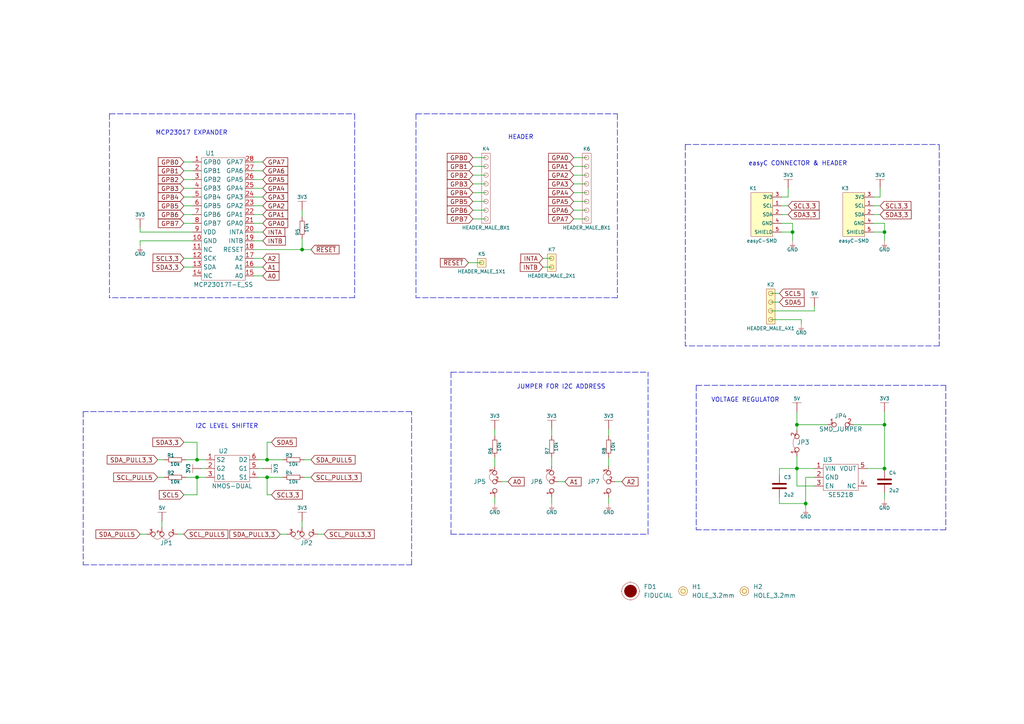
<source format=kicad_sch>
(kicad_sch (version 20211123) (generator eeschema)

  (uuid ac402734-ffe7-4231-8065-45582e08a03d)

  (paper "A4")

  (title_block
    (title "IO expander MCP23017 breakout")
    (date "2021-09-29")
    (rev "V1.1.1.")
    (company "SOLDERED")
    (comment 1 "333007")
  )

  (lib_symbols
    (symbol "e-radionica.com schematics:0603C" (pin_numbers hide) (pin_names (offset 0.002)) (in_bom yes) (on_board yes)
      (property "Reference" "C" (id 0) (at -0.635 3.175 0)
        (effects (font (size 1 1)))
      )
      (property "Value" "0603C" (id 1) (at 0 -3.175 0)
        (effects (font (size 1 1)))
      )
      (property "Footprint" "e-radionica.com footprinti:0603C" (id 2) (at 0 0 0)
        (effects (font (size 1 1)) hide)
      )
      (property "Datasheet" "" (id 3) (at 0 0 0)
        (effects (font (size 1 1)) hide)
      )
      (symbol "0603C_0_1"
        (polyline
          (pts
            (xy -0.635 1.905)
            (xy -0.635 -1.905)
          )
          (stroke (width 0.5) (type default) (color 0 0 0 0))
          (fill (type none))
        )
        (polyline
          (pts
            (xy 0.635 1.905)
            (xy 0.635 -1.905)
          )
          (stroke (width 0.5) (type default) (color 0 0 0 0))
          (fill (type none))
        )
      )
      (symbol "0603C_1_1"
        (pin passive line (at -3.175 0 0) (length 2.54)
          (name "~" (effects (font (size 1.27 1.27))))
          (number "1" (effects (font (size 1.27 1.27))))
        )
        (pin passive line (at 3.175 0 180) (length 2.54)
          (name "~" (effects (font (size 1.27 1.27))))
          (number "2" (effects (font (size 1.27 1.27))))
        )
      )
    )
    (symbol "e-radionica.com schematics:0603R" (pin_numbers hide) (pin_names (offset 0.254)) (in_bom yes) (on_board yes)
      (property "Reference" "R" (id 0) (at -1.905 1.905 0)
        (effects (font (size 1 1)))
      )
      (property "Value" "0603R" (id 1) (at 0 -1.905 0)
        (effects (font (size 1 1)))
      )
      (property "Footprint" "e-radionica.com footprinti:0603R" (id 2) (at -0.635 1.905 0)
        (effects (font (size 1 1)) hide)
      )
      (property "Datasheet" "" (id 3) (at -0.635 1.905 0)
        (effects (font (size 1 1)) hide)
      )
      (symbol "0603R_0_1"
        (rectangle (start -1.905 -0.635) (end 1.905 -0.6604)
          (stroke (width 0.1) (type default) (color 0 0 0 0))
          (fill (type none))
        )
        (rectangle (start -1.905 0.635) (end -1.8796 -0.635)
          (stroke (width 0.1) (type default) (color 0 0 0 0))
          (fill (type none))
        )
        (rectangle (start -1.905 0.635) (end 1.905 0.6096)
          (stroke (width 0.1) (type default) (color 0 0 0 0))
          (fill (type none))
        )
        (rectangle (start 1.905 0.635) (end 1.9304 -0.635)
          (stroke (width 0.1) (type default) (color 0 0 0 0))
          (fill (type none))
        )
      )
      (symbol "0603R_1_1"
        (pin passive line (at -3.175 0 0) (length 1.27)
          (name "~" (effects (font (size 1.27 1.27))))
          (number "1" (effects (font (size 1.27 1.27))))
        )
        (pin passive line (at 3.175 0 180) (length 1.27)
          (name "~" (effects (font (size 1.27 1.27))))
          (number "2" (effects (font (size 1.27 1.27))))
        )
      )
    )
    (symbol "e-radionica.com schematics:3V3" (power) (pin_names (offset 0)) (in_bom yes) (on_board yes)
      (property "Reference" "#PWR" (id 0) (at 4.445 0 0)
        (effects (font (size 1 1)) hide)
      )
      (property "Value" "3V3" (id 1) (at 0 3.556 0)
        (effects (font (size 1 1)))
      )
      (property "Footprint" "" (id 2) (at 4.445 3.81 0)
        (effects (font (size 1 1)) hide)
      )
      (property "Datasheet" "" (id 3) (at 4.445 3.81 0)
        (effects (font (size 1 1)) hide)
      )
      (property "ki_keywords" "power-flag" (id 4) (at 0 0 0)
        (effects (font (size 1.27 1.27)) hide)
      )
      (property "ki_description" "Power symbol creates a global label with name \"+3V3\"" (id 5) (at 0 0 0)
        (effects (font (size 1.27 1.27)) hide)
      )
      (symbol "3V3_0_1"
        (polyline
          (pts
            (xy -1.27 2.54)
            (xy 1.27 2.54)
          )
          (stroke (width 0.0006) (type default) (color 0 0 0 0))
          (fill (type none))
        )
        (polyline
          (pts
            (xy 0 0)
            (xy 0 2.54)
          )
          (stroke (width 0) (type default) (color 0 0 0 0))
          (fill (type none))
        )
      )
      (symbol "3V3_1_1"
        (pin power_in line (at 0 0 90) (length 0) hide
          (name "3V3" (effects (font (size 1.27 1.27))))
          (number "1" (effects (font (size 1.27 1.27))))
        )
      )
    )
    (symbol "e-radionica.com schematics:5V" (power) (pin_names (offset 0)) (in_bom yes) (on_board yes)
      (property "Reference" "#PWR" (id 0) (at 4.445 0 0)
        (effects (font (size 1 1)) hide)
      )
      (property "Value" "5V" (id 1) (at 0 3.556 0)
        (effects (font (size 1 1)))
      )
      (property "Footprint" "" (id 2) (at 4.445 3.81 0)
        (effects (font (size 1 1)) hide)
      )
      (property "Datasheet" "" (id 3) (at 4.445 3.81 0)
        (effects (font (size 1 1)) hide)
      )
      (property "ki_keywords" "power-flag" (id 4) (at 0 0 0)
        (effects (font (size 1.27 1.27)) hide)
      )
      (property "ki_description" "Power symbol creates a global label with name \"+3V3\"" (id 5) (at 0 0 0)
        (effects (font (size 1.27 1.27)) hide)
      )
      (symbol "5V_0_1"
        (polyline
          (pts
            (xy -1.27 2.54)
            (xy 1.27 2.54)
          )
          (stroke (width 0.0006) (type default) (color 0 0 0 0))
          (fill (type none))
        )
        (polyline
          (pts
            (xy 0 0)
            (xy 0 2.54)
          )
          (stroke (width 0) (type default) (color 0 0 0 0))
          (fill (type none))
        )
      )
      (symbol "5V_1_1"
        (pin power_in line (at 0 0 90) (length 0) hide
          (name "5V" (effects (font (size 1.27 1.27))))
          (number "1" (effects (font (size 1.27 1.27))))
        )
      )
    )
    (symbol "e-radionica.com schematics:FIDUCIAL" (in_bom no) (on_board yes)
      (property "Reference" "FD" (id 0) (at 0 3.81 0)
        (effects (font (size 1.27 1.27)))
      )
      (property "Value" "FIDUCIAL" (id 1) (at 0 -3.81 0)
        (effects (font (size 1.27 1.27)))
      )
      (property "Footprint" "e-radionica.com footprinti:FIDUCIAL_23" (id 2) (at 0.254 -5.334 0)
        (effects (font (size 1.27 1.27)) hide)
      )
      (property "Datasheet" "" (id 3) (at 0 0 0)
        (effects (font (size 1.27 1.27)) hide)
      )
      (symbol "FIDUCIAL_0_1"
        (polyline
          (pts
            (xy -2.54 0)
            (xy -2.794 0)
          )
          (stroke (width 0.0006) (type default) (color 0 0 0 0))
          (fill (type none))
        )
        (polyline
          (pts
            (xy 0 -2.54)
            (xy 0 -2.794)
          )
          (stroke (width 0.0006) (type default) (color 0 0 0 0))
          (fill (type none))
        )
        (polyline
          (pts
            (xy 0 2.54)
            (xy 0 2.794)
          )
          (stroke (width 0.0006) (type default) (color 0 0 0 0))
          (fill (type none))
        )
        (polyline
          (pts
            (xy 2.54 0)
            (xy 2.794 0)
          )
          (stroke (width 0.0006) (type default) (color 0 0 0 0))
          (fill (type none))
        )
        (circle (center 0 0) (radius 1.7961)
          (stroke (width 0.001) (type default) (color 0 0 0 0))
          (fill (type outline))
        )
        (circle (center 0 0) (radius 2.54)
          (stroke (width 0.0006) (type default) (color 0 0 0 0))
          (fill (type none))
        )
      )
    )
    (symbol "e-radionica.com schematics:GND" (power) (pin_names (offset 0)) (in_bom yes) (on_board yes)
      (property "Reference" "#PWR" (id 0) (at 4.445 0 0)
        (effects (font (size 1 1)) hide)
      )
      (property "Value" "GND" (id 1) (at 0 -2.921 0)
        (effects (font (size 1 1)))
      )
      (property "Footprint" "" (id 2) (at 4.445 3.81 0)
        (effects (font (size 1 1)) hide)
      )
      (property "Datasheet" "" (id 3) (at 4.445 3.81 0)
        (effects (font (size 1 1)) hide)
      )
      (property "ki_keywords" "power-flag" (id 4) (at 0 0 0)
        (effects (font (size 1.27 1.27)) hide)
      )
      (property "ki_description" "Power symbol creates a global label with name \"+3V3\"" (id 5) (at 0 0 0)
        (effects (font (size 1.27 1.27)) hide)
      )
      (symbol "GND_0_1"
        (polyline
          (pts
            (xy -0.762 -1.27)
            (xy 0.762 -1.27)
          )
          (stroke (width 0.0006) (type default) (color 0 0 0 0))
          (fill (type none))
        )
        (polyline
          (pts
            (xy -0.635 -1.524)
            (xy 0.635 -1.524)
          )
          (stroke (width 0.0006) (type default) (color 0 0 0 0))
          (fill (type none))
        )
        (polyline
          (pts
            (xy -0.381 -1.778)
            (xy 0.381 -1.778)
          )
          (stroke (width 0.0006) (type default) (color 0 0 0 0))
          (fill (type none))
        )
        (polyline
          (pts
            (xy -0.127 -2.032)
            (xy 0.127 -2.032)
          )
          (stroke (width 0.0006) (type default) (color 0 0 0 0))
          (fill (type none))
        )
        (polyline
          (pts
            (xy 0 0)
            (xy 0 -1.27)
          )
          (stroke (width 0.0006) (type default) (color 0 0 0 0))
          (fill (type none))
        )
      )
      (symbol "GND_1_1"
        (pin power_in line (at 0 0 270) (length 0) hide
          (name "GND" (effects (font (size 1.27 1.27))))
          (number "1" (effects (font (size 1.27 1.27))))
        )
      )
    )
    (symbol "e-radionica.com schematics:HEADER_MALE_1X1" (pin_numbers hide) (pin_names hide) (in_bom yes) (on_board yes)
      (property "Reference" "K" (id 0) (at -0.635 2.54 0)
        (effects (font (size 1 1)))
      )
      (property "Value" "HEADER_MALE_1X1" (id 1) (at 0 -2.54 0)
        (effects (font (size 1 1)))
      )
      (property "Footprint" "e-radionica.com footprinti:HEADER_MALE_1X1" (id 2) (at 0 0 0)
        (effects (font (size 1 1)) hide)
      )
      (property "Datasheet" "" (id 3) (at 0 0 0)
        (effects (font (size 1 1)) hide)
      )
      (symbol "HEADER_MALE_1X1_0_1"
        (rectangle (start -1.27 1.27) (end 1.27 -1.27)
          (stroke (width 0.001) (type default) (color 0 0 0 0))
          (fill (type background))
        )
        (circle (center 0 0) (radius 0.635)
          (stroke (width 0.0006) (type default) (color 0 0 0 0))
          (fill (type none))
        )
      )
      (symbol "HEADER_MALE_1X1_1_1"
        (pin passive line (at 0 0 180) (length 0)
          (name "~" (effects (font (size 1 1))))
          (number "1" (effects (font (size 1 1))))
        )
      )
    )
    (symbol "e-radionica.com schematics:HEADER_MALE_2X1" (pin_numbers hide) (pin_names hide) (in_bom yes) (on_board yes)
      (property "Reference" "K" (id 0) (at -1.27 5.08 0)
        (effects (font (size 1 1)))
      )
      (property "Value" "HEADER_MALE_2X1" (id 1) (at 0 -2.54 0)
        (effects (font (size 1 1)))
      )
      (property "Footprint" "e-radionica.com footprinti:HEADER_MALE_2X1" (id 2) (at 0 0 0)
        (effects (font (size 1 1)) hide)
      )
      (property "Datasheet" "" (id 3) (at 0 0 0)
        (effects (font (size 1 1)) hide)
      )
      (symbol "HEADER_MALE_2X1_0_1"
        (circle (center 0 0) (radius 0.635)
          (stroke (width 0.0006) (type default) (color 0 0 0 0))
          (fill (type none))
        )
        (circle (center 0 2.54) (radius 0.635)
          (stroke (width 0.0006) (type default) (color 0 0 0 0))
          (fill (type none))
        )
        (rectangle (start 1.27 -1.27) (end -1.27 3.81)
          (stroke (width 0.001) (type default) (color 0 0 0 0))
          (fill (type background))
        )
      )
      (symbol "HEADER_MALE_2X1_1_1"
        (pin passive line (at 0 0 180) (length 0)
          (name "~" (effects (font (size 1 1))))
          (number "1" (effects (font (size 1 1))))
        )
        (pin passive line (at 0 2.54 180) (length 0)
          (name "~" (effects (font (size 1 1))))
          (number "2" (effects (font (size 1 1))))
        )
      )
    )
    (symbol "e-radionica.com schematics:HEADER_MALE_4X1" (pin_numbers hide) (pin_names hide) (in_bom yes) (on_board yes)
      (property "Reference" "K" (id 0) (at -0.635 7.62 0)
        (effects (font (size 1 1)))
      )
      (property "Value" "HEADER_MALE_4X1" (id 1) (at 0 -5.08 0)
        (effects (font (size 1 1)))
      )
      (property "Footprint" "e-radionica.com footprinti:HEADER_MALE_4X1" (id 2) (at 0 -2.54 0)
        (effects (font (size 1 1)) hide)
      )
      (property "Datasheet" "" (id 3) (at 0 -2.54 0)
        (effects (font (size 1 1)) hide)
      )
      (symbol "HEADER_MALE_4X1_0_1"
        (circle (center 0 -2.54) (radius 0.635)
          (stroke (width 0.0006) (type default) (color 0 0 0 0))
          (fill (type none))
        )
        (circle (center 0 0) (radius 0.635)
          (stroke (width 0.0006) (type default) (color 0 0 0 0))
          (fill (type none))
        )
        (circle (center 0 2.54) (radius 0.635)
          (stroke (width 0.0006) (type default) (color 0 0 0 0))
          (fill (type none))
        )
        (circle (center 0 5.08) (radius 0.635)
          (stroke (width 0.0006) (type default) (color 0 0 0 0))
          (fill (type none))
        )
        (rectangle (start 1.27 -3.81) (end -1.27 6.35)
          (stroke (width 0.001) (type default) (color 0 0 0 0))
          (fill (type background))
        )
      )
      (symbol "HEADER_MALE_4X1_1_1"
        (pin passive line (at 0 -2.54 180) (length 0)
          (name "~" (effects (font (size 1 1))))
          (number "1" (effects (font (size 1 1))))
        )
        (pin passive line (at 0 0 180) (length 0)
          (name "~" (effects (font (size 1 1))))
          (number "2" (effects (font (size 1 1))))
        )
        (pin passive line (at 0 2.54 180) (length 0)
          (name "~" (effects (font (size 1 1))))
          (number "3" (effects (font (size 1 1))))
        )
        (pin passive line (at 0 5.08 180) (length 0)
          (name "~" (effects (font (size 1 1))))
          (number "4" (effects (font (size 1 1))))
        )
      )
    )
    (symbol "e-radionica.com schematics:HEADER_MALE_8X1" (pin_numbers hide) (pin_names hide) (in_bom yes) (on_board yes)
      (property "Reference" "K" (id 0) (at -0.635 12.7 0)
        (effects (font (size 1 1)))
      )
      (property "Value" "HEADER_MALE_8X1" (id 1) (at 0.635 -10.16 0)
        (effects (font (size 1 1)))
      )
      (property "Footprint" "e-radionica.com footprinti:HEADER_MALE_8X1" (id 2) (at 0 0 0)
        (effects (font (size 1 1)) hide)
      )
      (property "Datasheet" "" (id 3) (at 0 0 0)
        (effects (font (size 1 1)) hide)
      )
      (symbol "HEADER_MALE_8X1_0_1"
        (circle (center 0 -7.62) (radius 0.635)
          (stroke (width 0.0006) (type default) (color 0 0 0 0))
          (fill (type none))
        )
        (circle (center 0 -5.08) (radius 0.635)
          (stroke (width 0.0006) (type default) (color 0 0 0 0))
          (fill (type none))
        )
        (circle (center 0 -2.54) (radius 0.635)
          (stroke (width 0.0006) (type default) (color 0 0 0 0))
          (fill (type none))
        )
        (circle (center 0 0) (radius 0.635)
          (stroke (width 0.0006) (type default) (color 0 0 0 0))
          (fill (type none))
        )
        (circle (center 0 2.54) (radius 0.635)
          (stroke (width 0.0006) (type default) (color 0 0 0 0))
          (fill (type none))
        )
        (circle (center 0 5.08) (radius 0.635)
          (stroke (width 0.0006) (type default) (color 0 0 0 0))
          (fill (type none))
        )
        (circle (center 0 7.62) (radius 0.635)
          (stroke (width 0.0006) (type default) (color 0 0 0 0))
          (fill (type none))
        )
        (circle (center 0 10.16) (radius 0.635)
          (stroke (width 0.0006) (type default) (color 0 0 0 0))
          (fill (type none))
        )
        (rectangle (start 1.27 -8.89) (end -1.27 11.43)
          (stroke (width 0.0006) (type default) (color 0 0 0 0))
          (fill (type none))
        )
      )
      (symbol "HEADER_MALE_8X1_1_1"
        (pin passive line (at 0 -7.62 180) (length 0)
          (name "~" (effects (font (size 0.991 0.991))))
          (number "1" (effects (font (size 0.991 0.991))))
        )
        (pin passive line (at 0 -5.08 180) (length 0)
          (name "~" (effects (font (size 0.991 0.991))))
          (number "2" (effects (font (size 0.991 0.991))))
        )
        (pin passive line (at 0 -2.54 180) (length 0)
          (name "~" (effects (font (size 0.991 0.991))))
          (number "3" (effects (font (size 0.991 0.991))))
        )
        (pin passive line (at 0 0 180) (length 0)
          (name "~" (effects (font (size 0.991 0.991))))
          (number "4" (effects (font (size 0.991 0.991))))
        )
        (pin passive line (at 0 2.54 180) (length 0)
          (name "~" (effects (font (size 0.991 0.991))))
          (number "5" (effects (font (size 0.991 0.991))))
        )
        (pin passive line (at 0 5.08 180) (length 0)
          (name "~" (effects (font (size 0.991 0.991))))
          (number "6" (effects (font (size 0.991 0.991))))
        )
        (pin passive line (at 0 7.62 180) (length 0)
          (name "~" (effects (font (size 0.991 0.991))))
          (number "7" (effects (font (size 0.991 0.991))))
        )
        (pin passive line (at 0 10.16 180) (length 0)
          (name "~" (effects (font (size 0.991 0.991))))
          (number "8" (effects (font (size 0.991 0.991))))
        )
      )
    )
    (symbol "e-radionica.com schematics:HOLE_3.2mm" (pin_numbers hide) (pin_names hide) (in_bom yes) (on_board yes)
      (property "Reference" "H" (id 0) (at 0 2.54 0)
        (effects (font (size 1.27 1.27)))
      )
      (property "Value" "HOLE_3.2mm" (id 1) (at 0 -2.54 0)
        (effects (font (size 1.27 1.27)))
      )
      (property "Footprint" "e-radionica.com footprinti:HOLE_3.2mm" (id 2) (at 0 0 0)
        (effects (font (size 1.27 1.27)) hide)
      )
      (property "Datasheet" "" (id 3) (at 0 0 0)
        (effects (font (size 1.27 1.27)) hide)
      )
      (symbol "HOLE_3.2mm_0_1"
        (circle (center 0 0) (radius 0.635)
          (stroke (width 0.0006) (type default) (color 0 0 0 0))
          (fill (type none))
        )
        (circle (center 0 0) (radius 1.27)
          (stroke (width 0.001) (type default) (color 0 0 0 0))
          (fill (type background))
        )
      )
    )
    (symbol "e-radionica.com schematics:MCP23017T-E_SS" (in_bom yes) (on_board yes)
      (property "Reference" "U" (id 0) (at 0 17.78 0)
        (effects (font (size 1.27 1.27)))
      )
      (property "Value" "MCP23017T-E_SS" (id 1) (at 0 -20.32 0)
        (effects (font (size 1.27 1.27)))
      )
      (property "Footprint" "e-radionica.com footprinti:MCP23017" (id 2) (at 0.127 0 0)
        (effects (font (size 1.27 1.27)) hide)
      )
      (property "Datasheet" "" (id 3) (at -12.7 2.54 0)
        (effects (font (size 1.27 1.27)) hide)
      )
      (symbol "MCP23017T-E_SS_0_1"
        (rectangle (start -6.35 16.51) (end 6.35 -19.05)
          (stroke (width 0.0006) (type default) (color 0 0 0 0))
          (fill (type none))
        )
      )
      (symbol "MCP23017T-E_SS_1_1"
        (pin passive line (at -8.89 15.24 0) (length 2.54)
          (name "GPB0" (effects (font (size 1.27 1.27))))
          (number "1" (effects (font (size 1.27 1.27))))
        )
        (pin passive line (at -8.89 -7.62 0) (length 2.54)
          (name "GND" (effects (font (size 1.27 1.27))))
          (number "10" (effects (font (size 1.27 1.27))))
        )
        (pin passive line (at -8.89 -10.16 0) (length 2.54)
          (name "NC" (effects (font (size 1.27 1.27))))
          (number "11" (effects (font (size 1.27 1.27))))
        )
        (pin passive line (at -8.89 -12.7 0) (length 2.54)
          (name "SCK" (effects (font (size 1.27 1.27))))
          (number "12" (effects (font (size 1.27 1.27))))
        )
        (pin passive line (at -8.89 -15.24 0) (length 2.54)
          (name "SDA" (effects (font (size 1.27 1.27))))
          (number "13" (effects (font (size 1.27 1.27))))
        )
        (pin passive line (at -8.89 -17.78 0) (length 2.54)
          (name "NC" (effects (font (size 1.27 1.27))))
          (number "14" (effects (font (size 1.27 1.27))))
        )
        (pin passive line (at 8.89 -17.78 180) (length 2.54)
          (name "A0" (effects (font (size 1.27 1.27))))
          (number "15" (effects (font (size 1.27 1.27))))
        )
        (pin passive line (at 8.89 -15.24 180) (length 2.54)
          (name "A1" (effects (font (size 1.27 1.27))))
          (number "16" (effects (font (size 1.27 1.27))))
        )
        (pin passive line (at 8.89 -12.7 180) (length 2.54)
          (name "A2" (effects (font (size 1.27 1.27))))
          (number "17" (effects (font (size 1.27 1.27))))
        )
        (pin passive line (at 8.89 -10.16 180) (length 2.54)
          (name "RESET" (effects (font (size 1.27 1.27))))
          (number "18" (effects (font (size 1.27 1.27))))
        )
        (pin passive line (at 8.89 -7.62 180) (length 2.54)
          (name "INTB" (effects (font (size 1.27 1.27))))
          (number "19" (effects (font (size 1.27 1.27))))
        )
        (pin passive line (at -8.89 12.7 0) (length 2.54)
          (name "GPB1" (effects (font (size 1.27 1.27))))
          (number "2" (effects (font (size 1.27 1.27))))
        )
        (pin passive line (at 8.89 -5.08 180) (length 2.54)
          (name "INTA" (effects (font (size 1.27 1.27))))
          (number "20" (effects (font (size 1.27 1.27))))
        )
        (pin passive line (at 8.89 -2.54 180) (length 2.54)
          (name "GPA0" (effects (font (size 1.27 1.27))))
          (number "21" (effects (font (size 1.27 1.27))))
        )
        (pin passive line (at 8.89 0 180) (length 2.54)
          (name "GPA1" (effects (font (size 1.27 1.27))))
          (number "22" (effects (font (size 1.27 1.27))))
        )
        (pin passive line (at 8.89 2.54 180) (length 2.54)
          (name "GPA2" (effects (font (size 1.27 1.27))))
          (number "23" (effects (font (size 1.27 1.27))))
        )
        (pin passive line (at 8.89 5.08 180) (length 2.54)
          (name "GPA3" (effects (font (size 1.27 1.27))))
          (number "24" (effects (font (size 1.27 1.27))))
        )
        (pin passive line (at 8.89 7.62 180) (length 2.54)
          (name "GPA4" (effects (font (size 1.27 1.27))))
          (number "25" (effects (font (size 1.27 1.27))))
        )
        (pin passive line (at 8.89 10.16 180) (length 2.54)
          (name "GPA5" (effects (font (size 1.27 1.27))))
          (number "26" (effects (font (size 1.27 1.27))))
        )
        (pin passive line (at 8.89 12.7 180) (length 2.54)
          (name "GPA6" (effects (font (size 1.27 1.27))))
          (number "27" (effects (font (size 1.27 1.27))))
        )
        (pin passive line (at 8.89 15.24 180) (length 2.54)
          (name "GPA7" (effects (font (size 1.27 1.27))))
          (number "28" (effects (font (size 1.27 1.27))))
        )
        (pin passive line (at -8.89 10.16 0) (length 2.54)
          (name "GPB2" (effects (font (size 1.27 1.27))))
          (number "3" (effects (font (size 1.27 1.27))))
        )
        (pin passive line (at -8.89 7.62 0) (length 2.54)
          (name "GPB3" (effects (font (size 1.27 1.27))))
          (number "4" (effects (font (size 1.27 1.27))))
        )
        (pin passive line (at -8.89 5.08 0) (length 2.54)
          (name "GPB4" (effects (font (size 1.27 1.27))))
          (number "5" (effects (font (size 1.27 1.27))))
        )
        (pin passive line (at -8.89 2.54 0) (length 2.54)
          (name "GPB5" (effects (font (size 1.27 1.27))))
          (number "6" (effects (font (size 1.27 1.27))))
        )
        (pin passive line (at -8.89 0 0) (length 2.54)
          (name "GPB6" (effects (font (size 1.27 1.27))))
          (number "7" (effects (font (size 1.27 1.27))))
        )
        (pin passive line (at -8.89 -2.54 0) (length 2.54)
          (name "GPB7" (effects (font (size 1.27 1.27))))
          (number "8" (effects (font (size 1.27 1.27))))
        )
        (pin passive line (at -8.89 -5.08 0) (length 2.54)
          (name "VDD" (effects (font (size 1.27 1.27))))
          (number "9" (effects (font (size 1.27 1.27))))
        )
      )
    )
    (symbol "e-radionica.com schematics:NMOS-DUAL" (in_bom yes) (on_board yes)
      (property "Reference" "U" (id 0) (at -3.81 5.08 0)
        (effects (font (size 1.27 1.27)))
      )
      (property "Value" "NMOS-DUAL" (id 1) (at 0 -5.08 0)
        (effects (font (size 1.27 1.27)))
      )
      (property "Footprint" "e-radionica.com footprinti:SOT-363" (id 2) (at 0 -7.62 0)
        (effects (font (size 1.27 1.27)) hide)
      )
      (property "Datasheet" "" (id 3) (at 0 -2.54 0)
        (effects (font (size 1.27 1.27)) hide)
      )
      (symbol "NMOS-DUAL_0_1"
        (rectangle (start -5.08 3.81) (end 5.08 -3.81)
          (stroke (width 0.0006) (type default) (color 0 0 0 0))
          (fill (type none))
        )
      )
      (symbol "NMOS-DUAL_1_1"
        (pin input line (at -7.62 2.54 0) (length 2.54)
          (name "S2" (effects (font (size 1.27 1.27))))
          (number "1" (effects (font (size 1.27 1.27))))
        )
        (pin input line (at -7.62 0 0) (length 2.54)
          (name "G2" (effects (font (size 1.27 1.27))))
          (number "2" (effects (font (size 1.27 1.27))))
        )
        (pin input line (at -7.62 -2.54 0) (length 2.54)
          (name "D1" (effects (font (size 1.27 1.27))))
          (number "3" (effects (font (size 1.27 1.27))))
        )
        (pin input line (at 7.62 -2.54 180) (length 2.54)
          (name "S1" (effects (font (size 1.27 1.27))))
          (number "4" (effects (font (size 1.27 1.27))))
        )
        (pin input line (at 7.62 0 180) (length 2.54)
          (name "G1" (effects (font (size 1.27 1.27))))
          (number "5" (effects (font (size 1.27 1.27))))
        )
        (pin input line (at 7.62 2.54 180) (length 2.54)
          (name "D2" (effects (font (size 1.27 1.27))))
          (number "6" (effects (font (size 1.27 1.27))))
        )
      )
    )
    (symbol "e-radionica.com schematics:SE5218" (in_bom yes) (on_board yes)
      (property "Reference" "U" (id 0) (at -3.81 5.08 0)
        (effects (font (size 1.27 1.27)))
      )
      (property "Value" "SE5218" (id 1) (at 0 -5.08 0)
        (effects (font (size 1.27 1.27)))
      )
      (property "Footprint" "e-radionica.com footprinti:SOT-23-5" (id 2) (at 0 0 0)
        (effects (font (size 1.27 1.27)) hide)
      )
      (property "Datasheet" "" (id 3) (at 0 0 0)
        (effects (font (size 1.27 1.27)) hide)
      )
      (symbol "SE5218_0_1"
        (rectangle (start -5.08 3.81) (end 5.08 -3.81)
          (stroke (width 0.0006) (type default) (color 0 0 0 0))
          (fill (type none))
        )
      )
      (symbol "SE5218_1_1"
        (pin power_in line (at -7.62 2.54 0) (length 2.54)
          (name "VIN" (effects (font (size 1.27 1.27))))
          (number "1" (effects (font (size 1.27 1.27))))
        )
        (pin power_in line (at -7.62 0 0) (length 2.54)
          (name "GND" (effects (font (size 1.27 1.27))))
          (number "2" (effects (font (size 1.27 1.27))))
        )
        (pin input line (at -7.62 -2.54 0) (length 2.54)
          (name "EN" (effects (font (size 1.27 1.27))))
          (number "3" (effects (font (size 1.27 1.27))))
        )
        (pin passive line (at 7.62 -2.54 180) (length 2.54)
          (name "NC" (effects (font (size 1.27 1.27))))
          (number "4" (effects (font (size 1.27 1.27))))
        )
        (pin power_out line (at 7.62 2.54 180) (length 2.54)
          (name "VOUT" (effects (font (size 1.27 1.27))))
          (number "5" (effects (font (size 1.27 1.27))))
        )
      )
    )
    (symbol "e-radionica.com schematics:SMD-JUMPER-CONNECTED_TRACE_SLODERMASK" (in_bom yes) (on_board yes)
      (property "Reference" "JP" (id 0) (at 0 3.556 0)
        (effects (font (size 1.27 1.27)))
      )
      (property "Value" "SMD-JUMPER-CONNECTED_TRACE_SLODERMASK" (id 1) (at 0 -2.54 0)
        (effects (font (size 1.27 1.27)))
      )
      (property "Footprint" "e-radionica.com footprinti:SMD-JUMPER-CONNECTED_TRACE_SLODERMASK" (id 2) (at 0 -5.715 0)
        (effects (font (size 1.27 1.27)) hide)
      )
      (property "Datasheet" "" (id 3) (at 0 0 0)
        (effects (font (size 1.27 1.27)) hide)
      )
      (symbol "SMD-JUMPER-CONNECTED_TRACE_SLODERMASK_0_1"
        (arc (start 1.397 0.5842) (mid -0.2077 1.1365) (end -1.8034 0.5588)
          (stroke (width 0.0006) (type default) (color 0 0 0 0))
          (fill (type none))
        )
      )
      (symbol "SMD-JUMPER-CONNECTED_TRACE_SLODERMASK_1_1"
        (pin passive inverted (at -4.064 0 0) (length 2.54)
          (name "" (effects (font (size 1.27 1.27))))
          (number "1" (effects (font (size 1.27 1.27))))
        )
        (pin passive inverted (at 3.556 0 180) (length 2.54)
          (name "" (effects (font (size 1.27 1.27))))
          (number "2" (effects (font (size 1.27 1.27))))
        )
      )
    )
    (symbol "e-radionica.com schematics:SMD_JUMPER" (in_bom yes) (on_board yes)
      (property "Reference" "JP" (id 0) (at 0 1.397 0)
        (effects (font (size 1.27 1.27)))
      )
      (property "Value" "SMD_JUMPER" (id 1) (at 0.508 -3.048 0)
        (effects (font (size 1.27 1.27)))
      )
      (property "Footprint" "e-radionica.com footprinti:SMD_JUMPER" (id 2) (at 0 0 0)
        (effects (font (size 1.27 1.27)) hide)
      )
      (property "Datasheet" "" (id 3) (at 0 0 0)
        (effects (font (size 1.27 1.27)) hide)
      )
      (symbol "SMD_JUMPER_1_1"
        (pin passive inverted (at -3.81 0 0) (length 2.54)
          (name "" (effects (font (size 1.27 1.27))))
          (number "1" (effects (font (size 1.27 1.27))))
        )
        (pin passive inverted (at 3.81 0 180) (length 2.54)
          (name "" (effects (font (size 1.27 1.27))))
          (number "2" (effects (font (size 1.27 1.27))))
        )
      )
    )
    (symbol "e-radionica.com schematics:SMD_JUMPER_3_PAD_CONNECTED_RIGHT" (in_bom yes) (on_board yes)
      (property "Reference" "JP" (id 0) (at 0 2.5908 0)
        (effects (font (size 1.27 1.27)))
      )
      (property "Value" "SMD_JUMPER_3_PAD_CONNECTED_RIGHT" (id 1) (at 0.0254 -6.9088 0)
        (effects (font (size 1.27 1.27)))
      )
      (property "Footprint" "e-radionica.com footprinti:SMD_JUMPER_3_PAD_CONNECTED_RIGHT" (id 2) (at 0 0 0)
        (effects (font (size 1.27 1.27)) hide)
      )
      (property "Datasheet" "" (id 3) (at 0 0 0)
        (effects (font (size 1.27 1.27)) hide)
      )
      (symbol "SMD_JUMPER_3_PAD_CONNECTED_RIGHT_0_1"
        (arc (start 2.6595 0.6796) (mid 1.3599 1.5675) (end 0.0433 0.705)
          (stroke (width 0.0006) (type default) (color 0 0 0 0))
          (fill (type none))
        )
      )
      (symbol "SMD_JUMPER_3_PAD_CONNECTED_RIGHT_1_1"
        (pin passive inverted (at -4.5466 0 0) (length 2.54)
          (name "" (effects (font (size 1 1))))
          (number "1" (effects (font (size 1 1))))
        )
        (pin passive inverted (at 0 -1.905 90) (length 2.54)
          (name "" (effects (font (size 1 1))))
          (number "2" (effects (font (size 1 1))))
        )
        (pin passive inverted (at 4.445 0.0254 180) (length 2.54)
          (name "" (effects (font (size 1 1))))
          (number "3" (effects (font (size 1 1))))
        )
      )
    )
    (symbol "e-radionica.com schematics:SMD_JUMPER_3_PAD_TRACE" (in_bom yes) (on_board yes)
      (property "Reference" "JP" (id 0) (at 0.0254 5.461 0)
        (effects (font (size 1.27 1.27)))
      )
      (property "Value" "SMD_JUMPER_3_PAD_TRACE" (id 1) (at 0.3048 -4.572 0)
        (effects (font (size 1.27 1.27)))
      )
      (property "Footprint" "e-radionica.com footprinti:SMD_JUMPER_3_PAD_TRACE" (id 2) (at 0 -1.27 0)
        (effects (font (size 1.27 1.27)) hide)
      )
      (property "Datasheet" "" (id 3) (at 0 0 0)
        (effects (font (size 1.27 1.27)) hide)
      )
      (symbol "SMD_JUMPER_3_PAD_TRACE_0_1"
        (arc (start 0 0.5842) (mid -1.2996 1.4721) (end -2.6162 0.6096)
          (stroke (width 0.0006) (type default) (color 0 0 0 0))
          (fill (type none))
        )
        (arc (start 2.5908 0.6604) (mid 1.2796 1.4379) (end 0 0.6096)
          (stroke (width 0.0006) (type default) (color 0 0 0 0))
          (fill (type none))
        )
      )
      (symbol "SMD_JUMPER_3_PAD_TRACE_1_1"
        (pin passive inverted (at -4.5212 -0.0254 0) (length 2.54)
          (name "" (effects (font (size 1 1))))
          (number "1" (effects (font (size 1 1))))
        )
        (pin passive inverted (at 0.0254 -1.9304 90) (length 2.54)
          (name "" (effects (font (size 1 1))))
          (number "2" (effects (font (size 1 1))))
        )
        (pin passive inverted (at 4.4704 0 180) (length 2.54)
          (name "" (effects (font (size 1 1))))
          (number "3" (effects (font (size 1 1))))
        )
      )
    )
    (symbol "e-radionica.com schematics:easyC-SMD" (pin_names (offset 0.002)) (in_bom yes) (on_board yes)
      (property "Reference" "K" (id 0) (at -2.54 10.16 0)
        (effects (font (size 1 1)))
      )
      (property "Value" "easyC-SMD" (id 1) (at 0 -5.08 0)
        (effects (font (size 1 1)))
      )
      (property "Footprint" "e-radionica.com footprinti:easyC-connector" (id 2) (at 3.175 2.54 0)
        (effects (font (size 1 1)) hide)
      )
      (property "Datasheet" "" (id 3) (at 3.175 2.54 0)
        (effects (font (size 1 1)) hide)
      )
      (symbol "easyC-SMD_0_1"
        (rectangle (start -3.175 8.89) (end 3.175 -3.81)
          (stroke (width 0.001) (type default) (color 0 0 0 0))
          (fill (type background))
        )
      )
      (symbol "easyC-SMD_1_1"
        (pin passive line (at 5.715 5.08 180) (length 2.54)
          (name "SCL" (effects (font (size 1 1))))
          (number "1" (effects (font (size 1 1))))
        )
        (pin passive line (at 5.715 2.54 180) (length 2.54)
          (name "SDA" (effects (font (size 1 1))))
          (number "2" (effects (font (size 1 1))))
        )
        (pin passive line (at 5.715 7.62 180) (length 2.54)
          (name "3V3" (effects (font (size 1 1))))
          (number "3" (effects (font (size 1 1))))
        )
        (pin passive line (at 5.715 0 180) (length 2.54)
          (name "GND" (effects (font (size 1 1))))
          (number "4" (effects (font (size 1 1))))
        )
        (pin passive line (at 5.715 -2.54 180) (length 2.54)
          (name "SHIELD" (effects (font (size 1 1))))
          (number "5" (effects (font (size 1 1))))
        )
      )
    )
  )

  (junction (at 57.15 138.43) (diameter 0.9144) (color 0 0 0 0)
    (uuid 15fe8f3d-6077-4e0e-81d0-8ec3f4538981)
  )
  (junction (at 256.54 123.19) (diameter 0.9144) (color 0 0 0 0)
    (uuid 20c315f4-1e4f-49aa-8d61-778a7389df7e)
  )
  (junction (at 256.54 67.31) (diameter 0.9144) (color 0 0 0 0)
    (uuid 7a4ce4b3-518a-4819-b8b2-5127b3347c64)
  )
  (junction (at 256.54 135.89) (diameter 0.9144) (color 0 0 0 0)
    (uuid 7e0a03ae-d054-4f76-a131-5c09b8dc1636)
  )
  (junction (at 77.47 133.35) (diameter 0.9144) (color 0 0 0 0)
    (uuid 814763c2-92e5-4a2c-941c-9bbd073f6e87)
  )
  (junction (at 87.63 72.39) (diameter 0.9144) (color 0 0 0 0)
    (uuid 82be7aae-5d06-4178-8c3e-98760c41b054)
  )
  (junction (at 231.14 135.89) (diameter 0.9144) (color 0 0 0 0)
    (uuid a6b7df29-bcf8-46a9-b623-7eaac47f5110)
  )
  (junction (at 233.68 146.05) (diameter 0.9144) (color 0 0 0 0)
    (uuid a9b3f6e4-7a6d-4ae8-ad28-3d8458e0ca1a)
  )
  (junction (at 231.14 123.19) (diameter 0.9144) (color 0 0 0 0)
    (uuid d9c6d5d2-0b49-49ba-a970-cd2c32f74c54)
  )
  (junction (at 229.87 67.31) (diameter 0.9144) (color 0 0 0 0)
    (uuid e1535036-5d36-405f-bb86-3819621c4f23)
  )
  (junction (at 57.15 133.35) (diameter 0.9144) (color 0 0 0 0)
    (uuid e40e8cef-4fb0-4fc3-be09-3875b2cc8469)
  )
  (junction (at 77.47 138.43) (diameter 0.9144) (color 0 0 0 0)
    (uuid e65b62be-e01b-4688-a999-1d1be370c4ae)
  )

  (wire (pts (xy 53.34 64.77) (xy 55.88 64.77))
    (stroke (width 0) (type solid) (color 0 0 0 0))
    (uuid 00302279-b022-47f0-8eae-4be6ff0da49b)
  )
  (wire (pts (xy 253.365 67.31) (xy 256.54 67.31))
    (stroke (width 0) (type solid) (color 0 0 0 0))
    (uuid 025ca4ce-f105-4e12-b59d-285336c72594)
  )
  (wire (pts (xy 226.06 137.795) (xy 226.06 135.89))
    (stroke (width 0) (type solid) (color 0 0 0 0))
    (uuid 0762fa6b-bef2-406a-ab6f-954dbca02336)
  )
  (wire (pts (xy 57.15 143.51) (xy 57.15 138.43))
    (stroke (width 0) (type solid) (color 0 0 0 0))
    (uuid 0a6712bf-a2ff-4273-8640-d346fa9ef018)
  )
  (wire (pts (xy 143.51 144.2466) (xy 143.51 146.05))
    (stroke (width 0) (type solid) (color 0 0 0 0))
    (uuid 0bb566a7-741c-4a47-b0e1-0e5fd8187be1)
  )
  (polyline (pts (xy 120.65 33.02) (xy 120.65 86.36))
    (stroke (width 0) (type dash) (color 0 0 0 0))
    (uuid 0cd3d278-1c88-46e5-8d19-87953efe146f)
  )
  (polyline (pts (xy 120.65 33.02) (xy 179.07 33.02))
    (stroke (width 0) (type dash) (color 0 0 0 0))
    (uuid 0cd3d278-1c88-46e5-8d19-87953efe1470)
  )
  (polyline (pts (xy 179.07 33.02) (xy 179.07 86.36))
    (stroke (width 0) (type dash) (color 0 0 0 0))
    (uuid 0cd3d278-1c88-46e5-8d19-87953efe1471)
  )
  (polyline (pts (xy 179.07 86.36) (xy 120.65 86.36))
    (stroke (width 0) (type dash) (color 0 0 0 0))
    (uuid 0cd3d278-1c88-46e5-8d19-87953efe1472)
  )

  (wire (pts (xy 53.34 77.47) (xy 55.88 77.47))
    (stroke (width 0) (type solid) (color 0 0 0 0))
    (uuid 0d85b9b7-4064-4310-b662-3f5d57d3b15e)
  )
  (wire (pts (xy 73.66 80.01) (xy 76.2 80.01))
    (stroke (width 0) (type solid) (color 0 0 0 0))
    (uuid 0ee63516-77aa-49cb-95d4-fb5d0b0e11ee)
  )
  (wire (pts (xy 229.87 64.77) (xy 229.87 67.31))
    (stroke (width 0) (type solid) (color 0 0 0 0))
    (uuid 11844c85-9ec3-4d2e-abc1-b2c49e746383)
  )
  (wire (pts (xy 253.365 62.23) (xy 255.27 62.23))
    (stroke (width 0) (type solid) (color 0 0 0 0))
    (uuid 15e61fa1-b43f-424c-9061-7c857570ff53)
  )
  (wire (pts (xy 77.47 133.35) (xy 81.915 133.35))
    (stroke (width 0) (type solid) (color 0 0 0 0))
    (uuid 1652e7b2-35a3-4ab9-9b22-87575604e0ae)
  )
  (wire (pts (xy 73.66 64.77) (xy 76.2 64.77))
    (stroke (width 0) (type solid) (color 0 0 0 0))
    (uuid 195d308c-1c59-474c-8711-7658da870904)
  )
  (wire (pts (xy 253.365 64.77) (xy 256.54 64.77))
    (stroke (width 0) (type solid) (color 0 0 0 0))
    (uuid 19ae374e-4e42-4491-99ba-cd437eb418bd)
  )
  (wire (pts (xy 255.27 57.15) (xy 255.27 54.61))
    (stroke (width 0) (type solid) (color 0 0 0 0))
    (uuid 1a323281-c4c9-47fa-8492-7d65bf3f04d6)
  )
  (wire (pts (xy 73.66 59.69) (xy 76.2 59.69))
    (stroke (width 0) (type solid) (color 0 0 0 0))
    (uuid 1b02b657-e43f-4f23-87ca-a56be9877296)
  )
  (wire (pts (xy 166.37 48.26) (xy 170.18 48.26))
    (stroke (width 0) (type solid) (color 0 0 0 0))
    (uuid 20f512eb-c586-4e18-ad66-2f783523b6d5)
  )
  (wire (pts (xy 137.16 45.72) (xy 140.97 45.72))
    (stroke (width 0) (type solid) (color 0 0 0 0))
    (uuid 21e901ea-072a-4eb5-97d6-af9de0fa395f)
  )
  (wire (pts (xy 137.16 50.8) (xy 140.97 50.8))
    (stroke (width 0) (type solid) (color 0 0 0 0))
    (uuid 22fbff63-a0bf-4350-8d91-9c65478a5123)
  )
  (polyline (pts (xy 201.93 111.76) (xy 201.93 153.67))
    (stroke (width 0) (type dash) (color 0 0 0 0))
    (uuid 234b6d8a-2eff-416b-abc5-d53ba6d3e4f5)
  )
  (polyline (pts (xy 201.93 111.76) (xy 274.32 111.76))
    (stroke (width 0) (type dash) (color 0 0 0 0))
    (uuid 234b6d8a-2eff-416b-abc5-d53ba6d3e4f6)
  )
  (polyline (pts (xy 274.32 111.76) (xy 274.32 153.67))
    (stroke (width 0) (type dash) (color 0 0 0 0))
    (uuid 234b6d8a-2eff-416b-abc5-d53ba6d3e4f7)
  )
  (polyline (pts (xy 274.32 153.67) (xy 201.93 153.67))
    (stroke (width 0) (type dash) (color 0 0 0 0))
    (uuid 234b6d8a-2eff-416b-abc5-d53ba6d3e4f8)
  )

  (wire (pts (xy 73.66 77.47) (xy 76.2 77.47))
    (stroke (width 0) (type solid) (color 0 0 0 0))
    (uuid 28cb803b-4d09-43ee-8e7e-79a138e9aa1b)
  )
  (wire (pts (xy 73.66 72.39) (xy 87.63 72.39))
    (stroke (width 0) (type solid) (color 0 0 0 0))
    (uuid 2c99b542-a592-4aa5-a3a4-22d363194728)
  )
  (wire (pts (xy 87.63 72.39) (xy 90.17 72.39))
    (stroke (width 0) (type solid) (color 0 0 0 0))
    (uuid 2c99b542-a592-4aa5-a3a4-22d363194729)
  )
  (wire (pts (xy 46.9646 153.0096) (xy 46.9646 151.13))
    (stroke (width 0) (type solid) (color 0 0 0 0))
    (uuid 2e0daea8-d4b8-4490-98b8-e1df8a8877f2)
  )
  (wire (pts (xy 176.53 132.715) (xy 176.53 135.255))
    (stroke (width 0) (type solid) (color 0 0 0 0))
    (uuid 2f378385-ce3a-474d-b11b-ece6b9fc6f54)
  )
  (wire (pts (xy 40.64 69.85) (xy 40.64 71.12))
    (stroke (width 0) (type solid) (color 0 0 0 0))
    (uuid 2fc530e7-1e8b-4463-bcea-ecaff496a2ec)
  )
  (wire (pts (xy 55.88 69.85) (xy 40.64 69.85))
    (stroke (width 0) (type solid) (color 0 0 0 0))
    (uuid 2fc530e7-1e8b-4463-bcea-ecaff496a2ed)
  )
  (wire (pts (xy 228.6 57.15) (xy 228.6 54.61))
    (stroke (width 0) (type solid) (color 0 0 0 0))
    (uuid 30c2958c-c9c1-468c-bb31-6a95dfff19ca)
  )
  (wire (pts (xy 74.93 138.43) (xy 77.47 138.43))
    (stroke (width 0) (type solid) (color 0 0 0 0))
    (uuid 35c46571-d785-4c99-9bd9-e196a5d328e2)
  )
  (wire (pts (xy 223.52 85.09) (xy 226.06 85.09))
    (stroke (width 0) (type solid) (color 0 0 0 0))
    (uuid 369d9c52-c236-45e5-b851-f76d2a419ac5)
  )
  (wire (pts (xy 73.66 54.61) (xy 76.2 54.61))
    (stroke (width 0) (type solid) (color 0 0 0 0))
    (uuid 370dd410-72a5-4573-8964-cc2b8ae8eb9c)
  )
  (wire (pts (xy 46.9646 151.13) (xy 46.99 151.13))
    (stroke (width 0) (type solid) (color 0 0 0 0))
    (uuid 37972143-6501-4e65-bfb4-3b7ddbd98863)
  )
  (wire (pts (xy 53.34 46.99) (xy 55.88 46.99))
    (stroke (width 0) (type solid) (color 0 0 0 0))
    (uuid 37c93274-f79f-43e2-be8c-fdece5c0e218)
  )
  (wire (pts (xy 256.54 142.875) (xy 256.54 144.78))
    (stroke (width 0) (type solid) (color 0 0 0 0))
    (uuid 39e59ca2-77fd-452e-abe9-194d8e6dc926)
  )
  (wire (pts (xy 45.72 133.35) (xy 47.625 133.35))
    (stroke (width 0) (type solid) (color 0 0 0 0))
    (uuid 3a5f2551-d707-4fba-893d-131ed2f5533c)
  )
  (wire (pts (xy 256.54 123.19) (xy 256.54 135.89))
    (stroke (width 0) (type solid) (color 0 0 0 0))
    (uuid 3acacb5d-814b-4370-80ac-144e0af99b21)
  )
  (wire (pts (xy 166.37 58.42) (xy 170.18 58.42))
    (stroke (width 0) (type solid) (color 0 0 0 0))
    (uuid 3f536db0-9263-44b1-9361-afbb0ffbae77)
  )
  (wire (pts (xy 253.365 57.15) (xy 255.27 57.15))
    (stroke (width 0) (type solid) (color 0 0 0 0))
    (uuid 4058e2b9-7fc7-4973-aa58-922c8cde3afe)
  )
  (wire (pts (xy 53.34 57.15) (xy 55.88 57.15))
    (stroke (width 0) (type solid) (color 0 0 0 0))
    (uuid 405a0d85-230a-483d-9aa6-d5466d1c3ca2)
  )
  (wire (pts (xy 247.65 123.19) (xy 256.54 123.19))
    (stroke (width 0) (type solid) (color 0 0 0 0))
    (uuid 49d5b67e-5f84-4cac-b55e-9b8869084634)
  )
  (wire (pts (xy 226.695 62.23) (xy 228.6 62.23))
    (stroke (width 0) (type solid) (color 0 0 0 0))
    (uuid 4b2d0585-650c-4bca-b576-fd474bdf787e)
  )
  (wire (pts (xy 157.48 77.47) (xy 160.02 77.47))
    (stroke (width 0) (type solid) (color 0 0 0 0))
    (uuid 4c2f9f54-56b6-4efd-b97e-40309ecdee01)
  )
  (wire (pts (xy 143.51 132.715) (xy 143.51 135.255))
    (stroke (width 0) (type solid) (color 0 0 0 0))
    (uuid 4dfeb400-d289-4a88-b81c-1595a48faf31)
  )
  (wire (pts (xy 143.51 135.255) (xy 143.4846 135.255))
    (stroke (width 0) (type solid) (color 0 0 0 0))
    (uuid 4dfeb400-d289-4a88-b81c-1595a48faf32)
  )
  (wire (pts (xy 176.53 124.46) (xy 176.53 126.365))
    (stroke (width 0) (type solid) (color 0 0 0 0))
    (uuid 4ef04fa9-454b-44e3-8e0f-642dce6170eb)
  )
  (wire (pts (xy 77.47 128.27) (xy 77.47 133.35))
    (stroke (width 0) (type solid) (color 0 0 0 0))
    (uuid 50dba1a9-6884-48a6-9769-04b90d9d125f)
  )
  (wire (pts (xy 157.48 74.93) (xy 160.02 74.93))
    (stroke (width 0) (type solid) (color 0 0 0 0))
    (uuid 50f6295d-ad8c-4e59-a920-180aab6ea721)
  )
  (wire (pts (xy 73.66 69.85) (xy 76.2 69.85))
    (stroke (width 0) (type solid) (color 0 0 0 0))
    (uuid 51744c6f-05f1-4573-ac3e-e7067ac7ed5c)
  )
  (wire (pts (xy 88.265 138.43) (xy 90.17 138.43))
    (stroke (width 0) (type solid) (color 0 0 0 0))
    (uuid 532e7c4b-ae0d-45fc-9639-0fdf080eb9a4)
  )
  (wire (pts (xy 40.64 67.31) (xy 40.64 66.04))
    (stroke (width 0) (type solid) (color 0 0 0 0))
    (uuid 5ba38785-1a0c-4e72-a073-9378466c8c45)
  )
  (wire (pts (xy 55.88 67.31) (xy 40.64 67.31))
    (stroke (width 0) (type solid) (color 0 0 0 0))
    (uuid 5ba38785-1a0c-4e72-a073-9378466c8c46)
  )
  (wire (pts (xy 226.695 64.77) (xy 229.87 64.77))
    (stroke (width 0) (type solid) (color 0 0 0 0))
    (uuid 5c78f1ef-6d0e-4069-8e4a-b5a840b182f2)
  )
  (wire (pts (xy 251.46 135.89) (xy 256.54 135.89))
    (stroke (width 0) (type solid) (color 0 0 0 0))
    (uuid 5cd6ef92-2b94-4691-9512-d535e6e6b674)
  )
  (wire (pts (xy 57.15 133.35) (xy 59.69 133.35))
    (stroke (width 0) (type solid) (color 0 0 0 0))
    (uuid 601b2b80-4102-4169-ab37-a865dd182fc2)
  )
  (wire (pts (xy 256.54 67.31) (xy 256.54 69.85))
    (stroke (width 0) (type solid) (color 0 0 0 0))
    (uuid 60d9fe6d-d7f4-4f46-a9ec-ed8fe92e51b9)
  )
  (wire (pts (xy 53.34 52.07) (xy 55.88 52.07))
    (stroke (width 0) (type solid) (color 0 0 0 0))
    (uuid 61a02586-362e-49da-9192-f05e3ba91909)
  )
  (wire (pts (xy 161.925 139.7) (xy 163.83 139.7))
    (stroke (width 0) (type solid) (color 0 0 0 0))
    (uuid 6265e396-8ddf-4fac-af54-8cb26f0dce63)
  )
  (wire (pts (xy 256.54 135.89) (xy 256.54 136.525))
    (stroke (width 0) (type solid) (color 0 0 0 0))
    (uuid 66829e50-8b78-421f-9a70-c68bcac0b1a5)
  )
  (wire (pts (xy 78.74 128.27) (xy 77.47 128.27))
    (stroke (width 0) (type solid) (color 0 0 0 0))
    (uuid 675802dc-14ef-4f75-9cd9-b33ec4458631)
  )
  (wire (pts (xy 143.51 124.46) (xy 143.51 126.365))
    (stroke (width 0) (type solid) (color 0 0 0 0))
    (uuid 698e722d-5a63-4484-994a-c8cf1b6594cb)
  )
  (wire (pts (xy 236.22 90.17) (xy 236.22 88.9))
    (stroke (width 0) (type solid) (color 0 0 0 0))
    (uuid 6b883ccb-5dbe-4a03-aa3b-5dbd0405fe5d)
  )
  (wire (pts (xy 73.66 62.23) (xy 76.2 62.23))
    (stroke (width 0) (type solid) (color 0 0 0 0))
    (uuid 6e12bef9-08d3-48d4-a196-c5737ee6da9f)
  )
  (wire (pts (xy 137.16 60.96) (xy 140.97 60.96))
    (stroke (width 0) (type solid) (color 0 0 0 0))
    (uuid 6f45d06a-6e03-4879-9218-fb8b00b98db3)
  )
  (wire (pts (xy 232.41 92.71) (xy 232.41 93.98))
    (stroke (width 0) (type solid) (color 0 0 0 0))
    (uuid 6fe6b372-61ec-4672-8118-48fd7c353210)
  )
  (wire (pts (xy 58.42 135.89) (xy 59.69 135.89))
    (stroke (width 0) (type solid) (color 0 0 0 0))
    (uuid 76a8dee6-762d-45bd-8e76-786a79ddf785)
  )
  (wire (pts (xy 223.52 90.17) (xy 236.22 90.17))
    (stroke (width 0) (type solid) (color 0 0 0 0))
    (uuid 794048b4-7b9f-4da0-b60e-000a0435dfd9)
  )
  (wire (pts (xy 166.37 60.96) (xy 170.18 60.96))
    (stroke (width 0) (type solid) (color 0 0 0 0))
    (uuid 7a0335e9-f051-48fa-b8bf-ef2347371fdd)
  )
  (wire (pts (xy 88.265 133.35) (xy 90.17 133.35))
    (stroke (width 0) (type solid) (color 0 0 0 0))
    (uuid 7b104e24-5521-4fe2-ae32-56c88c2bd857)
  )
  (polyline (pts (xy 130.81 107.95) (xy 130.81 154.94))
    (stroke (width 0) (type dash) (color 0 0 0 0))
    (uuid 7b3c79dc-0b1b-4c19-963a-47a10777964c)
  )
  (polyline (pts (xy 130.81 107.95) (xy 187.96 107.95))
    (stroke (width 0) (type dash) (color 0 0 0 0))
    (uuid 7b3c79dc-0b1b-4c19-963a-47a10777964d)
  )
  (polyline (pts (xy 130.81 154.94) (xy 187.96 154.94))
    (stroke (width 0) (type dash) (color 0 0 0 0))
    (uuid 7b3c79dc-0b1b-4c19-963a-47a10777964e)
  )
  (polyline (pts (xy 187.96 154.94) (xy 187.96 107.95))
    (stroke (width 0) (type dash) (color 0 0 0 0))
    (uuid 7b3c79dc-0b1b-4c19-963a-47a10777964f)
  )

  (wire (pts (xy 229.87 67.31) (xy 229.87 69.85))
    (stroke (width 0) (type solid) (color 0 0 0 0))
    (uuid 7bb38cce-cc9d-4cc1-94bd-a5edd3f1e846)
  )
  (wire (pts (xy 236.22 140.97) (xy 231.14 140.97))
    (stroke (width 0) (type solid) (color 0 0 0 0))
    (uuid 7bc5b822-c781-45d3-9bf5-64b1cf0f387a)
  )
  (wire (pts (xy 233.68 138.43) (xy 233.68 146.05))
    (stroke (width 0) (type solid) (color 0 0 0 0))
    (uuid 7c16a0f8-5d0b-4184-ba1f-7d5249ceb9a4)
  )
  (wire (pts (xy 166.37 53.34) (xy 170.18 53.34))
    (stroke (width 0) (type solid) (color 0 0 0 0))
    (uuid 7c4d98bd-b5df-4a7c-b0a8-576ac556c9a1)
  )
  (wire (pts (xy 160.02 135.255) (xy 159.9946 135.255))
    (stroke (width 0) (type solid) (color 0 0 0 0))
    (uuid 7c71f69b-a103-46a9-91f6-e570720ced1f)
  )
  (wire (pts (xy 73.66 74.93) (xy 76.2 74.93))
    (stroke (width 0) (type solid) (color 0 0 0 0))
    (uuid 80a77037-beea-4417-80f3-c512f7fcf0e5)
  )
  (wire (pts (xy 53.34 54.61) (xy 55.88 54.61))
    (stroke (width 0) (type solid) (color 0 0 0 0))
    (uuid 812057ae-0470-4b0b-a495-59b87008e464)
  )
  (wire (pts (xy 135.89 76.2) (xy 139.7 76.2))
    (stroke (width 0) (type solid) (color 0 0 0 0))
    (uuid 81ec7768-31b8-447a-8d93-38fca1ddbc6d)
  )
  (wire (pts (xy 51.5112 154.9146) (xy 53.34 154.9146))
    (stroke (width 0) (type solid) (color 0 0 0 0))
    (uuid 858cb64a-b7d1-4755-8a7b-70eb9192cbc8)
  )
  (wire (pts (xy 226.695 67.31) (xy 229.87 67.31))
    (stroke (width 0) (type solid) (color 0 0 0 0))
    (uuid 89ba33e6-737e-41cd-bfb9-2c0109001369)
  )
  (wire (pts (xy 137.16 63.5) (xy 140.97 63.5))
    (stroke (width 0) (type solid) (color 0 0 0 0))
    (uuid 8a29b0ce-4330-470b-a19c-7b7ea40f98b1)
  )
  (wire (pts (xy 226.06 146.05) (xy 233.68 146.05))
    (stroke (width 0) (type solid) (color 0 0 0 0))
    (uuid 8d64cb33-13f6-45b2-97fb-de14cda3525c)
  )
  (wire (pts (xy 226.06 135.89) (xy 231.14 135.89))
    (stroke (width 0) (type solid) (color 0 0 0 0))
    (uuid 8dadf93c-99bc-48c4-9a18-19e078891ec4)
  )
  (wire (pts (xy 256.54 64.77) (xy 256.54 67.31))
    (stroke (width 0) (type solid) (color 0 0 0 0))
    (uuid 8e5ffbef-12e1-4634-9b25-198129784557)
  )
  (wire (pts (xy 73.66 52.07) (xy 76.2 52.07))
    (stroke (width 0) (type solid) (color 0 0 0 0))
    (uuid 8ea6b531-7d0a-4239-9497-29c2bc201382)
  )
  (wire (pts (xy 253.365 59.69) (xy 255.27 59.69))
    (stroke (width 0) (type solid) (color 0 0 0 0))
    (uuid 8f1cd5be-7185-45f7-a52a-bfa6c4061f87)
  )
  (wire (pts (xy 166.37 50.8) (xy 170.18 50.8))
    (stroke (width 0) (type solid) (color 0 0 0 0))
    (uuid 9616f7a8-7d56-4d07-9f43-553a5ddc4e59)
  )
  (wire (pts (xy 77.47 138.43) (xy 81.915 138.43))
    (stroke (width 0) (type solid) (color 0 0 0 0))
    (uuid 9ca3003f-910c-4245-8abc-7dab6d32d2c5)
  )
  (wire (pts (xy 223.52 87.63) (xy 226.06 87.63))
    (stroke (width 0) (type solid) (color 0 0 0 0))
    (uuid a1bb580f-4b4d-4272-9f00-646861ec6af7)
  )
  (wire (pts (xy 40.64 154.94) (xy 42.5196 154.94))
    (stroke (width 0) (type solid) (color 0 0 0 0))
    (uuid a2699aa9-fb6a-4557-96af-50e8f2a194d7)
  )
  (wire (pts (xy 137.16 53.34) (xy 140.97 53.34))
    (stroke (width 0) (type solid) (color 0 0 0 0))
    (uuid a3408be4-30d0-48bd-9b25-45043675b03a)
  )
  (wire (pts (xy 145.415 139.7) (xy 147.32 139.7))
    (stroke (width 0) (type solid) (color 0 0 0 0))
    (uuid a56f9d29-3c77-4e09-bae6-116f6cbaa779)
  )
  (wire (pts (xy 160.02 124.46) (xy 160.02 126.365))
    (stroke (width 0) (type solid) (color 0 0 0 0))
    (uuid a58b0012-b4bd-46be-9e4b-aee221a157d7)
  )
  (wire (pts (xy 236.22 135.89) (xy 231.14 135.89))
    (stroke (width 0) (type solid) (color 0 0 0 0))
    (uuid a7af1c4f-6013-4ac5-964a-3309c50e5c6b)
  )
  (wire (pts (xy 53.34 143.51) (xy 57.15 143.51))
    (stroke (width 0) (type solid) (color 0 0 0 0))
    (uuid a7f1c3ab-7423-481a-b143-26d1c8373cf0)
  )
  (wire (pts (xy 256.54 123.19) (xy 256.54 119.38))
    (stroke (width 0) (type solid) (color 0 0 0 0))
    (uuid a88610a8-abb3-49c7-9ee4-2f3ee690b27d)
  )
  (wire (pts (xy 92.1512 154.9146) (xy 92.1512 154.94))
    (stroke (width 0) (type solid) (color 0 0 0 0))
    (uuid ac14a590-d199-4f0f-b508-744ba3fe5761)
  )
  (wire (pts (xy 57.15 138.43) (xy 59.69 138.43))
    (stroke (width 0) (type solid) (color 0 0 0 0))
    (uuid adc50d1b-bcdf-4b24-8ee5-e16e6c11a1e7)
  )
  (polyline (pts (xy 31.75 33.02) (xy 31.75 86.36))
    (stroke (width 0) (type dash) (color 0 0 0 0))
    (uuid ade6d0d7-bedb-44d6-991e-cb8c7897a1a2)
  )
  (polyline (pts (xy 31.75 33.02) (xy 102.87 33.02))
    (stroke (width 0) (type dash) (color 0 0 0 0))
    (uuid ade6d0d7-bedb-44d6-991e-cb8c7897a1a3)
  )
  (polyline (pts (xy 102.87 33.02) (xy 102.87 86.36))
    (stroke (width 0) (type dash) (color 0 0 0 0))
    (uuid ade6d0d7-bedb-44d6-991e-cb8c7897a1a4)
  )
  (polyline (pts (xy 102.87 86.36) (xy 31.75 86.36))
    (stroke (width 0) (type dash) (color 0 0 0 0))
    (uuid ade6d0d7-bedb-44d6-991e-cb8c7897a1a5)
  )

  (wire (pts (xy 74.93 135.89) (xy 76.2 135.89))
    (stroke (width 0) (type solid) (color 0 0 0 0))
    (uuid ae92314b-52de-459b-9fcc-9a72c50559f3)
  )
  (wire (pts (xy 73.66 67.31) (xy 76.2 67.31))
    (stroke (width 0) (type solid) (color 0 0 0 0))
    (uuid af185dcb-b769-46ff-9492-79270260fea7)
  )
  (wire (pts (xy 77.47 143.51) (xy 77.47 138.43))
    (stroke (width 0) (type solid) (color 0 0 0 0))
    (uuid afe8688f-fdd2-485c-9622-51cf989d279a)
  )
  (wire (pts (xy 160.02 132.715) (xy 160.02 135.255))
    (stroke (width 0) (type solid) (color 0 0 0 0))
    (uuid b0132595-133d-4130-adfe-1d60038591f9)
  )
  (wire (pts (xy 53.34 154.9146) (xy 53.34 154.94))
    (stroke (width 0) (type solid) (color 0 0 0 0))
    (uuid b0c5e6f4-2a48-4ab0-b861-4b87a79378d5)
  )
  (wire (pts (xy 231.14 140.97) (xy 231.14 135.89))
    (stroke (width 0) (type solid) (color 0 0 0 0))
    (uuid b47afda8-cb80-4d42-963f-fe58f6b296c4)
  )
  (wire (pts (xy 73.66 49.53) (xy 76.2 49.53))
    (stroke (width 0) (type solid) (color 0 0 0 0))
    (uuid b6fb1a6b-ca9e-4eb2-b939-57ccae0bdcf7)
  )
  (wire (pts (xy 92.1512 154.94) (xy 93.98 154.94))
    (stroke (width 0) (type solid) (color 0 0 0 0))
    (uuid b767b2b5-2eb9-4494-aad9-abfc56506341)
  )
  (wire (pts (xy 87.6046 153.0096) (xy 87.6046 151.13))
    (stroke (width 0) (type solid) (color 0 0 0 0))
    (uuid bb6c0a4c-3dbb-434a-85e5-df8c263e829e)
  )
  (wire (pts (xy 57.15 128.27) (xy 57.15 133.35))
    (stroke (width 0) (type solid) (color 0 0 0 0))
    (uuid bcb13740-fbef-4e8d-b25d-c235f809b501)
  )
  (wire (pts (xy 53.975 133.35) (xy 57.15 133.35))
    (stroke (width 0) (type solid) (color 0 0 0 0))
    (uuid bfe64783-88e2-4c63-80e7-53b56eb1641c)
  )
  (wire (pts (xy 231.14 119.38) (xy 231.14 123.19))
    (stroke (width 0) (type solid) (color 0 0 0 0))
    (uuid c6b5cff2-d67f-42eb-bef9-279155f32afe)
  )
  (wire (pts (xy 166.37 63.5) (xy 170.18 63.5))
    (stroke (width 0) (type solid) (color 0 0 0 0))
    (uuid c6fee6a5-683f-4038-8708-888440b84d4d)
  )
  (wire (pts (xy 176.53 135.255) (xy 176.5046 135.255))
    (stroke (width 0) (type solid) (color 0 0 0 0))
    (uuid c995473d-6859-4f7d-8b3f-955b69cbe646)
  )
  (wire (pts (xy 236.22 138.43) (xy 233.68 138.43))
    (stroke (width 0) (type solid) (color 0 0 0 0))
    (uuid c99e204c-6423-4a8a-9fad-4d9433351232)
  )
  (wire (pts (xy 87.6046 151.13) (xy 87.63 151.13))
    (stroke (width 0) (type solid) (color 0 0 0 0))
    (uuid cc26a32a-0f73-4907-9138-87580a0e7aa2)
  )
  (wire (pts (xy 87.63 60.96) (xy 87.63 62.865))
    (stroke (width 0) (type solid) (color 0 0 0 0))
    (uuid ceada509-c96b-4ada-bba2-488296c878b2)
  )
  (wire (pts (xy 53.975 138.43) (xy 57.15 138.43))
    (stroke (width 0) (type solid) (color 0 0 0 0))
    (uuid cfc81212-fdcd-461e-aa40-a59592dc3d7c)
  )
  (wire (pts (xy 87.63 69.215) (xy 87.63 72.39))
    (stroke (width 0) (type solid) (color 0 0 0 0))
    (uuid d19c39a1-4d6a-44b1-a57c-cdc66b06b7cf)
  )
  (wire (pts (xy 176.53 144.2466) (xy 176.53 146.05))
    (stroke (width 0) (type solid) (color 0 0 0 0))
    (uuid d7090187-7348-42a5-be08-e71982212b09)
  )
  (wire (pts (xy 166.37 55.88) (xy 170.18 55.88))
    (stroke (width 0) (type solid) (color 0 0 0 0))
    (uuid de532fd2-0ce9-4973-a1b8-e6068bbaa389)
  )
  (wire (pts (xy 53.34 74.93) (xy 55.88 74.93))
    (stroke (width 0) (type solid) (color 0 0 0 0))
    (uuid e01f284f-c946-46ad-b246-651439221a40)
  )
  (wire (pts (xy 81.28 154.94) (xy 83.1596 154.94))
    (stroke (width 0) (type solid) (color 0 0 0 0))
    (uuid e094dd5a-50c9-4ef5-ac8f-860cb85d4313)
  )
  (wire (pts (xy 137.16 55.88) (xy 140.97 55.88))
    (stroke (width 0) (type solid) (color 0 0 0 0))
    (uuid e0aab5e4-2e82-4cd7-9588-4553cda52937)
  )
  (wire (pts (xy 53.34 128.27) (xy 57.15 128.27))
    (stroke (width 0) (type solid) (color 0 0 0 0))
    (uuid e380e7af-85a2-4317-99a2-b0cd80c47bab)
  )
  (wire (pts (xy 166.37 45.72) (xy 170.18 45.72))
    (stroke (width 0) (type solid) (color 0 0 0 0))
    (uuid e41d363d-f2ba-467d-a5f5-a780f640c5d8)
  )
  (wire (pts (xy 53.34 49.53) (xy 55.88 49.53))
    (stroke (width 0) (type solid) (color 0 0 0 0))
    (uuid e4d690b7-3536-43d1-aa96-ff08e92434cf)
  )
  (wire (pts (xy 137.16 48.26) (xy 140.97 48.26))
    (stroke (width 0) (type solid) (color 0 0 0 0))
    (uuid e59aa097-da4c-403f-adff-e9bbcf8360e0)
  )
  (wire (pts (xy 223.52 92.71) (xy 232.41 92.71))
    (stroke (width 0) (type solid) (color 0 0 0 0))
    (uuid e5cdf5c8-3e5d-4cfd-952b-b4924e6435c7)
  )
  (wire (pts (xy 74.93 133.35) (xy 77.47 133.35))
    (stroke (width 0) (type solid) (color 0 0 0 0))
    (uuid e76ff9ad-d0d2-4858-8293-8f455e50a1d2)
  )
  (wire (pts (xy 231.14 123.19) (xy 240.03 123.19))
    (stroke (width 0) (type solid) (color 0 0 0 0))
    (uuid e906ac6f-2fe4-425f-b23c-2cad2907600c)
  )
  (wire (pts (xy 178.435 139.7) (xy 180.34 139.7))
    (stroke (width 0) (type solid) (color 0 0 0 0))
    (uuid e9401d66-f33c-4a5d-9ffb-348f5640b445)
  )
  (wire (pts (xy 160.02 144.2466) (xy 160.02 146.05))
    (stroke (width 0) (type solid) (color 0 0 0 0))
    (uuid e98ba404-fe08-4860-982c-85c820814002)
  )
  (wire (pts (xy 53.34 59.69) (xy 55.88 59.69))
    (stroke (width 0) (type solid) (color 0 0 0 0))
    (uuid ec4c1606-62fe-4301-b7de-abb5ed18739e)
  )
  (wire (pts (xy 231.14 132.334) (xy 231.14 135.89))
    (stroke (width 0) (type solid) (color 0 0 0 0))
    (uuid ed7fe8d0-7817-4e95-aaa2-f4e299ef2130)
  )
  (wire (pts (xy 45.72 138.43) (xy 47.625 138.43))
    (stroke (width 0) (type solid) (color 0 0 0 0))
    (uuid ee6ef1a6-5a56-48a9-81e4-b1deb4b4b407)
  )
  (wire (pts (xy 226.695 57.15) (xy 228.6 57.15))
    (stroke (width 0) (type solid) (color 0 0 0 0))
    (uuid ef51b406-7bd0-4181-9252-c657a6f5ffec)
  )
  (wire (pts (xy 53.34 62.23) (xy 55.88 62.23))
    (stroke (width 0) (type solid) (color 0 0 0 0))
    (uuid ef8104ab-0bc8-4303-a044-34f12ead4ff5)
  )
  (wire (pts (xy 73.66 46.99) (xy 76.2 46.99))
    (stroke (width 0) (type solid) (color 0 0 0 0))
    (uuid efb49cd3-f132-4562-aad6-5c70544c7498)
  )
  (wire (pts (xy 226.06 144.145) (xy 226.06 146.05))
    (stroke (width 0) (type solid) (color 0 0 0 0))
    (uuid f111ab02-5c88-4802-9f8e-9963965ce3f1)
  )
  (wire (pts (xy 137.16 58.42) (xy 140.97 58.42))
    (stroke (width 0) (type solid) (color 0 0 0 0))
    (uuid f535cb94-bf1b-4b8a-9389-8c44a285807f)
  )
  (polyline (pts (xy 198.755 41.91) (xy 198.755 100.33))
    (stroke (width 0) (type dash) (color 0 0 0 0))
    (uuid f9e41036-237c-45f4-ba02-d0227a3ae07e)
  )
  (polyline (pts (xy 198.755 41.91) (xy 272.415 41.91))
    (stroke (width 0) (type dash) (color 0 0 0 0))
    (uuid f9e41036-237c-45f4-ba02-d0227a3ae07f)
  )
  (polyline (pts (xy 272.415 41.91) (xy 272.415 100.33))
    (stroke (width 0) (type dash) (color 0 0 0 0))
    (uuid f9e41036-237c-45f4-ba02-d0227a3ae080)
  )
  (polyline (pts (xy 272.415 100.33) (xy 198.755 100.33))
    (stroke (width 0) (type dash) (color 0 0 0 0))
    (uuid f9e41036-237c-45f4-ba02-d0227a3ae081)
  )

  (wire (pts (xy 73.66 57.15) (xy 76.2 57.15))
    (stroke (width 0) (type solid) (color 0 0 0 0))
    (uuid fb7a33e6-0aab-4c8e-a81a-13aa169971cd)
  )
  (wire (pts (xy 233.68 146.05) (xy 233.68 147.32))
    (stroke (width 0) (type solid) (color 0 0 0 0))
    (uuid fbe4583b-fbdd-45f2-8260-045f71ca878a)
  )
  (wire (pts (xy 226.695 59.69) (xy 228.6 59.69))
    (stroke (width 0) (type solid) (color 0 0 0 0))
    (uuid fcf21e30-04a5-439e-8b75-d2997ef0d094)
  )
  (wire (pts (xy 78.74 143.51) (xy 77.47 143.51))
    (stroke (width 0) (type solid) (color 0 0 0 0))
    (uuid fd730e32-929d-4815-8649-e19648e0d0a4)
  )
  (wire (pts (xy 231.14 123.19) (xy 231.14 124.714))
    (stroke (width 0) (type solid) (color 0 0 0 0))
    (uuid fd8a2fbb-8032-4070-80f9-7ca0d8b6b6c5)
  )
  (polyline (pts (xy 24.13 119.38) (xy 24.13 163.83))
    (stroke (width 0) (type dash) (color 0 0 0 0))
    (uuid fdc5441e-1d15-4b37-9be8-9a79a827da2b)
  )
  (polyline (pts (xy 24.13 163.83) (xy 119.38 163.83))
    (stroke (width 0) (type dash) (color 0 0 0 0))
    (uuid fdc5441e-1d15-4b37-9be8-9a79a827da2c)
  )
  (polyline (pts (xy 119.38 119.38) (xy 24.13 119.38))
    (stroke (width 0) (type dash) (color 0 0 0 0))
    (uuid fdc5441e-1d15-4b37-9be8-9a79a827da2d)
  )
  (polyline (pts (xy 119.38 163.83) (xy 119.38 119.38))
    (stroke (width 0) (type dash) (color 0 0 0 0))
    (uuid fdc5441e-1d15-4b37-9be8-9a79a827da2e)
  )

  (text "I2C LEVEL SHIFTER" (at 74.93 124.46 180)
    (effects (font (size 1.27 1.27)) (justify right bottom))
    (uuid 5a361e15-76c3-4cd1-8fcb-b1136e7635f8)
  )
  (text "MCP23017 EXPANDER" (at 66.04 39.37 180)
    (effects (font (size 1.27 1.27)) (justify right bottom))
    (uuid 621f25c4-b934-4515-942a-31a42d44663b)
  )
  (text "VOLTAGE REGULATOR" (at 226.06 116.84 180)
    (effects (font (size 1.27 1.27)) (justify right bottom))
    (uuid 74ea6816-09d3-4641-b651-2149ddc8846a)
  )
  (text "easyC CONNECTOR & HEADER" (at 245.745 48.26 180)
    (effects (font (size 1.27 1.27)) (justify right bottom))
    (uuid 8d31f56d-106c-4779-89d9-ccc7d55c43ff)
  )
  (text "JUMPER FOR I2C ADDRESS" (at 149.86 113.03 0)
    (effects (font (size 1.27 1.27)) (justify left bottom))
    (uuid af80fda0-8d0c-4856-a747-d37e04367208)
  )
  (text "HEADER" (at 147.32 40.64 0)
    (effects (font (size 1.27 1.27)) (justify left bottom))
    (uuid f4c8bdd2-001c-4ccf-af88-5afba863db7c)
  )

  (global_label "GPA1" (shape input) (at 76.2 62.23 0)
    (effects (font (size 1.27 1.27)) (justify left))
    (uuid 057a3df8-95c3-42ff-9d4e-a81e15b24068)
    (property "Intersheet References" "${INTERSHEET_REFS}" (id 0) (at 84.9752 62.1506 0)
      (effects (font (size 1.27 1.27)) (justify left) hide)
    )
  )
  (global_label "~{RESET}" (shape input) (at 90.17 72.39 0)
    (effects (font (size 1.27 1.27)) (justify left))
    (uuid 069ff166-063b-49d0-a05b-430accbb2ceb)
    (property "Intersheet References" "${INTERSHEET_REFS}" (id 0) (at 99.8523 72.3106 0)
      (effects (font (size 1.27 1.27)) (justify left) hide)
    )
  )
  (global_label "A1" (shape input) (at 163.83 139.7 0)
    (effects (font (size 1.27 1.27)) (justify left))
    (uuid 0bc7cf20-dd1f-441e-8134-c852e883f700)
    (property "Intersheet References" "${INTERSHEET_REFS}" (id 0) (at 170.0652 139.6206 0)
      (effects (font (size 1.27 1.27)) (justify left) hide)
    )
  )
  (global_label "GPA3" (shape input) (at 76.2 57.15 0)
    (effects (font (size 1.27 1.27)) (justify left))
    (uuid 0c73ed07-a026-4c73-93a4-789cd3137133)
    (property "Intersheet References" "${INTERSHEET_REFS}" (id 0) (at 84.9752 57.0706 0)
      (effects (font (size 1.27 1.27)) (justify left) hide)
    )
  )
  (global_label "GPB3" (shape input) (at 137.16 53.34 180)
    (effects (font (size 1.27 1.27)) (justify right))
    (uuid 108c5cdb-f64a-447f-b91c-8a19568d56c5)
    (property "Intersheet References" "${INTERSHEET_REFS}" (id 0) (at 128.2034 53.2606 0)
      (effects (font (size 1.27 1.27)) (justify right) hide)
    )
  )
  (global_label "GPB2" (shape input) (at 137.16 50.8 180)
    (effects (font (size 1.27 1.27)) (justify right))
    (uuid 15dee8dc-bb6d-434e-b96a-9ee153c10cfb)
    (property "Intersheet References" "${INTERSHEET_REFS}" (id 0) (at 128.2034 50.7206 0)
      (effects (font (size 1.27 1.27)) (justify right) hide)
    )
  )
  (global_label "A2" (shape input) (at 180.34 139.7 0)
    (effects (font (size 1.27 1.27)) (justify left))
    (uuid 1e96fe10-c140-4364-9802-c3184a83a6c4)
    (property "Intersheet References" "${INTERSHEET_REFS}" (id 0) (at 186.5752 139.6206 0)
      (effects (font (size 1.27 1.27)) (justify left) hide)
    )
  )
  (global_label "GPA3" (shape input) (at 166.37 53.34 180)
    (effects (font (size 1.27 1.27)) (justify right))
    (uuid 2980bdb1-b824-4c07-b91f-8f77adbff0f1)
    (property "Intersheet References" "${INTERSHEET_REFS}" (id 0) (at 157.5948 53.4194 0)
      (effects (font (size 1.27 1.27)) (justify right) hide)
    )
  )
  (global_label "GPB0" (shape input) (at 53.34 46.99 180)
    (effects (font (size 1.27 1.27)) (justify right))
    (uuid 3002623b-2b64-47b6-b153-8142b7f51dca)
    (property "Intersheet References" "${INTERSHEET_REFS}" (id 0) (at 44.3834 46.9106 0)
      (effects (font (size 1.27 1.27)) (justify right) hide)
    )
  )
  (global_label "GPB7" (shape input) (at 53.34 64.77 180)
    (effects (font (size 1.27 1.27)) (justify right))
    (uuid 38755f89-321e-43c0-9d93-353f4da27064)
    (property "Intersheet References" "${INTERSHEET_REFS}" (id 0) (at 44.3834 64.6906 0)
      (effects (font (size 1.27 1.27)) (justify right) hide)
    )
  )
  (global_label "GPA0" (shape input) (at 76.2 64.77 0)
    (effects (font (size 1.27 1.27)) (justify left))
    (uuid 3c496d23-b605-42ee-994c-1b538370675d)
    (property "Intersheet References" "${INTERSHEET_REFS}" (id 0) (at 84.9752 64.6906 0)
      (effects (font (size 1.27 1.27)) (justify left) hide)
    )
  )
  (global_label "GPA5" (shape input) (at 166.37 58.42 180)
    (effects (font (size 1.27 1.27)) (justify right))
    (uuid 3ebb0c96-de61-428e-9ff7-2a428620956d)
    (property "Intersheet References" "${INTERSHEET_REFS}" (id 0) (at 157.5948 58.4994 0)
      (effects (font (size 1.27 1.27)) (justify right) hide)
    )
  )
  (global_label "GPB4" (shape input) (at 137.16 55.88 180)
    (effects (font (size 1.27 1.27)) (justify right))
    (uuid 3f36ec04-3535-4ab3-905f-bfe472ecaeac)
    (property "Intersheet References" "${INTERSHEET_REFS}" (id 0) (at 128.2034 55.8006 0)
      (effects (font (size 1.27 1.27)) (justify right) hide)
    )
  )
  (global_label "GPB5" (shape input) (at 137.16 58.42 180)
    (effects (font (size 1.27 1.27)) (justify right))
    (uuid 400cbdc4-954e-4470-b029-48cd1c0b0600)
    (property "Intersheet References" "${INTERSHEET_REFS}" (id 0) (at 128.2034 58.3406 0)
      (effects (font (size 1.27 1.27)) (justify right) hide)
    )
  )
  (global_label "GPA5" (shape input) (at 76.2 52.07 0)
    (effects (font (size 1.27 1.27)) (justify left))
    (uuid 407cdafd-e01a-4e18-9386-7d283bfe5f3e)
    (property "Intersheet References" "${INTERSHEET_REFS}" (id 0) (at 84.9752 51.9906 0)
      (effects (font (size 1.27 1.27)) (justify left) hide)
    )
  )
  (global_label "GPA6" (shape input) (at 166.37 60.96 180)
    (effects (font (size 1.27 1.27)) (justify right))
    (uuid 43df97e9-232d-4c16-a476-47fc849b8d9e)
    (property "Intersheet References" "${INTERSHEET_REFS}" (id 0) (at 157.5948 61.0394 0)
      (effects (font (size 1.27 1.27)) (justify right) hide)
    )
  )
  (global_label "SDA_PULL3,3" (shape input) (at 81.28 154.94 180)
    (effects (font (size 1.27 1.27)) (justify right))
    (uuid 485d78f7-dac1-405e-b647-b24106869d65)
    (property "Intersheet References" "${INTERSHEET_REFS}" (id 0) (at 65.1267 154.8606 0)
      (effects (font (size 1.27 1.27)) (justify right) hide)
    )
  )
  (global_label "INTB" (shape input) (at 157.48 77.47 180)
    (effects (font (size 1.27 1.27)) (justify right))
    (uuid 4e6652f9-6e8f-4c54-a56f-a84dcdcdb900)
    (property "Intersheet References" "${INTERSHEET_REFS}" (id 0) (at 149.37 77.3906 0)
      (effects (font (size 1.27 1.27)) (justify right) hide)
    )
  )
  (global_label "A2" (shape input) (at 76.2 74.93 0)
    (effects (font (size 1.27 1.27)) (justify left))
    (uuid 508c638e-f6e0-48cd-acb8-ba69e66d1e1a)
    (property "Intersheet References" "${INTERSHEET_REFS}" (id 0) (at 82.4352 74.8506 0)
      (effects (font (size 1.27 1.27)) (justify left) hide)
    )
  )
  (global_label "SCL3,3" (shape input) (at 228.6 59.69 0)
    (effects (font (size 1.27 1.27)) (justify left))
    (uuid 578a14db-422e-4ed4-8c8b-87e85e768329)
    (property "Intersheet References" "${INTERSHEET_REFS}" (id 0) (at 239.0685 59.6106 0)
      (effects (font (size 1.27 1.27)) (justify left) hide)
    )
  )
  (global_label "SCL5" (shape input) (at 53.34 143.51 180)
    (effects (font (size 1.27 1.27)) (justify right))
    (uuid 57a01338-50a1-431d-b550-5c3f37fe9e06)
    (property "Intersheet References" "${INTERSHEET_REFS}" (id 0) (at 44.6858 143.5894 0)
      (effects (font (size 1.27 1.27)) (justify right) hide)
    )
  )
  (global_label "GPB2" (shape input) (at 53.34 52.07 180)
    (effects (font (size 1.27 1.27)) (justify right))
    (uuid 5a7a7c89-a1f1-4929-bf52-df4d155823ca)
    (property "Intersheet References" "${INTERSHEET_REFS}" (id 0) (at 44.3834 51.9906 0)
      (effects (font (size 1.27 1.27)) (justify right) hide)
    )
  )
  (global_label "A1" (shape input) (at 76.2 77.47 0)
    (effects (font (size 1.27 1.27)) (justify left))
    (uuid 5cbe2d44-cb21-493c-9e2f-60101d0452fb)
    (property "Intersheet References" "${INTERSHEET_REFS}" (id 0) (at 82.4352 77.3906 0)
      (effects (font (size 1.27 1.27)) (justify left) hide)
    )
  )
  (global_label "SCL_PULL3,3" (shape input) (at 93.98 154.94 0)
    (effects (font (size 1.27 1.27)) (justify left))
    (uuid 693cbf2a-cf38-43c7-bf04-862a5571d47f)
    (property "Intersheet References" "${INTERSHEET_REFS}" (id 0) (at 110.0728 154.8606 0)
      (effects (font (size 1.27 1.27)) (justify left) hide)
    )
  )
  (global_label "INTA" (shape input) (at 76.2 67.31 0)
    (effects (font (size 1.27 1.27)) (justify left))
    (uuid 6e7668cf-f734-4cce-976e-77613769ea5a)
    (property "Intersheet References" "${INTERSHEET_REFS}" (id 0) (at 84.1285 67.2306 0)
      (effects (font (size 1.27 1.27)) (justify left) hide)
    )
  )
  (global_label "SCL_PULL5" (shape input) (at 45.72 138.43 180)
    (effects (font (size 1.27 1.27)) (justify right))
    (uuid 721c368c-1945-440f-99f8-e1b41ed3556a)
    (property "Intersheet References" "${INTERSHEET_REFS}" (id 0) (at 31.4415 138.5094 0)
      (effects (font (size 1.27 1.27)) (justify right) hide)
    )
  )
  (global_label "SDA_PULL5" (shape input) (at 90.17 133.35 0)
    (effects (font (size 1.27 1.27)) (justify left))
    (uuid 7289407c-b9e1-448c-bafe-1b8e761644a4)
    (property "Intersheet References" "${INTERSHEET_REFS}" (id 0) (at 104.509 133.4294 0)
      (effects (font (size 1.27 1.27)) (justify left) hide)
    )
  )
  (global_label "SDA3,3" (shape input) (at 255.27 62.23 0)
    (effects (font (size 1.27 1.27)) (justify left))
    (uuid 7bae4196-03b3-4820-a8fb-71f1076da853)
    (property "Intersheet References" "${INTERSHEET_REFS}" (id 0) (at 265.799 62.3094 0)
      (effects (font (size 1.27 1.27)) (justify left) hide)
    )
  )
  (global_label "GPB6" (shape input) (at 53.34 62.23 180)
    (effects (font (size 1.27 1.27)) (justify right))
    (uuid 7e4521e4-9342-4030-8d1f-ecfba7a9b42a)
    (property "Intersheet References" "${INTERSHEET_REFS}" (id 0) (at 44.3834 62.1506 0)
      (effects (font (size 1.27 1.27)) (justify right) hide)
    )
  )
  (global_label "SCL_PULL3,3" (shape input) (at 90.17 138.43 0)
    (effects (font (size 1.27 1.27)) (justify left))
    (uuid 859ecb6c-379f-44c5-81ee-f0186aa46887)
    (property "Intersheet References" "${INTERSHEET_REFS}" (id 0) (at 106.2628 138.3506 0)
      (effects (font (size 1.27 1.27)) (justify left) hide)
    )
  )
  (global_label "A0" (shape input) (at 147.32 139.7 0)
    (effects (font (size 1.27 1.27)) (justify left))
    (uuid 8a865928-af51-4aec-acbd-1646cd356d95)
    (property "Intersheet References" "${INTERSHEET_REFS}" (id 0) (at 153.5552 139.6206 0)
      (effects (font (size 1.27 1.27)) (justify left) hide)
    )
  )
  (global_label "SCL3,3" (shape input) (at 255.27 59.69 0)
    (effects (font (size 1.27 1.27)) (justify left))
    (uuid 8afd82d5-3a58-47f9-879c-fe8a663ecdeb)
    (property "Intersheet References" "${INTERSHEET_REFS}" (id 0) (at 265.7385 59.6106 0)
      (effects (font (size 1.27 1.27)) (justify left) hide)
    )
  )
  (global_label "GPA2" (shape input) (at 76.2 59.69 0)
    (effects (font (size 1.27 1.27)) (justify left))
    (uuid 941b1915-6ae2-4795-851f-64b08792a225)
    (property "Intersheet References" "${INTERSHEET_REFS}" (id 0) (at 84.9752 59.6106 0)
      (effects (font (size 1.27 1.27)) (justify left) hide)
    )
  )
  (global_label "SCL_PULL5" (shape input) (at 53.34 154.94 0)
    (effects (font (size 1.27 1.27)) (justify left))
    (uuid 949cc2d3-1f16-4d0c-821e-fcad9cfb6aba)
    (property "Intersheet References" "${INTERSHEET_REFS}" (id 0) (at 67.6185 154.8606 0)
      (effects (font (size 1.27 1.27)) (justify left) hide)
    )
  )
  (global_label "GPB3" (shape input) (at 53.34 54.61 180)
    (effects (font (size 1.27 1.27)) (justify right))
    (uuid 95abef31-0cf9-45ea-8b84-57a93abae742)
    (property "Intersheet References" "${INTERSHEET_REFS}" (id 0) (at 44.3834 54.5306 0)
      (effects (font (size 1.27 1.27)) (justify right) hide)
    )
  )
  (global_label "GPB6" (shape input) (at 137.16 60.96 180)
    (effects (font (size 1.27 1.27)) (justify right))
    (uuid 97bc7dfc-a0ed-45f2-933f-e32fa78efbb8)
    (property "Intersheet References" "${INTERSHEET_REFS}" (id 0) (at 128.2034 60.8806 0)
      (effects (font (size 1.27 1.27)) (justify right) hide)
    )
  )
  (global_label "GPB7" (shape input) (at 137.16 63.5 180)
    (effects (font (size 1.27 1.27)) (justify right))
    (uuid 9a1f0805-df4e-4c66-b9d3-649d7ea2c30a)
    (property "Intersheet References" "${INTERSHEET_REFS}" (id 0) (at 128.2034 63.4206 0)
      (effects (font (size 1.27 1.27)) (justify right) hide)
    )
  )
  (global_label "GPB0" (shape input) (at 137.16 45.72 180)
    (effects (font (size 1.27 1.27)) (justify right))
    (uuid 9d0cbe0f-1559-400e-ae8d-21ce28690e4a)
    (property "Intersheet References" "${INTERSHEET_REFS}" (id 0) (at 128.2034 45.6406 0)
      (effects (font (size 1.27 1.27)) (justify right) hide)
    )
  )
  (global_label "GPB5" (shape input) (at 53.34 59.69 180)
    (effects (font (size 1.27 1.27)) (justify right))
    (uuid a5ab07d0-5485-411e-99ac-d58fdaecb880)
    (property "Intersheet References" "${INTERSHEET_REFS}" (id 0) (at 44.3834 59.6106 0)
      (effects (font (size 1.27 1.27)) (justify right) hide)
    )
  )
  (global_label "INTA" (shape input) (at 157.48 74.93 180)
    (effects (font (size 1.27 1.27)) (justify right))
    (uuid a7dbd600-5a91-497f-a985-52590cd1e7d3)
    (property "Intersheet References" "${INTERSHEET_REFS}" (id 0) (at 149.5515 74.8506 0)
      (effects (font (size 1.27 1.27)) (justify right) hide)
    )
  )
  (global_label "SCL3,3" (shape input) (at 53.34 74.93 180)
    (effects (font (size 1.27 1.27)) (justify right))
    (uuid b0bcff4e-4e3c-4683-87b3-cbda738ecd44)
    (property "Intersheet References" "${INTERSHEET_REFS}" (id 0) (at 42.8715 75.0094 0)
      (effects (font (size 1.27 1.27)) (justify right) hide)
    )
  )
  (global_label "SCL5" (shape input) (at 226.06 85.09 0)
    (effects (font (size 1.27 1.27)) (justify left))
    (uuid b1b5dd2b-9e6c-448b-b4dd-ac8f917a3e20)
    (property "Intersheet References" "${INTERSHEET_REFS}" (id 0) (at 234.7142 85.0106 0)
      (effects (font (size 1.27 1.27)) (justify left) hide)
    )
  )
  (global_label "SCL3,3" (shape input) (at 78.74 143.51 0)
    (effects (font (size 1.27 1.27)) (justify left))
    (uuid b655f165-9692-4427-ba49-f666c2619e94)
    (property "Intersheet References" "${INTERSHEET_REFS}" (id 0) (at 89.2085 143.4306 0)
      (effects (font (size 1.27 1.27)) (justify left) hide)
    )
  )
  (global_label "GPB1" (shape input) (at 53.34 49.53 180)
    (effects (font (size 1.27 1.27)) (justify right))
    (uuid be6fcb4b-652a-4cb3-b2a2-6120bf4f4a63)
    (property "Intersheet References" "${INTERSHEET_REFS}" (id 0) (at 44.3834 49.4506 0)
      (effects (font (size 1.27 1.27)) (justify right) hide)
    )
  )
  (global_label "SDA3,3" (shape input) (at 53.34 128.27 180)
    (effects (font (size 1.27 1.27)) (justify right))
    (uuid c8a105a5-d0f2-442d-95bc-9dcef1cbe594)
    (property "Intersheet References" "${INTERSHEET_REFS}" (id 0) (at 42.811 128.1906 0)
      (effects (font (size 1.27 1.27)) (justify right) hide)
    )
  )
  (global_label "SDA3,3" (shape input) (at 228.6 62.23 0)
    (effects (font (size 1.27 1.27)) (justify left))
    (uuid ca083f63-a916-4af3-bf80-17c0ea57541c)
    (property "Intersheet References" "${INTERSHEET_REFS}" (id 0) (at 239.129 62.3094 0)
      (effects (font (size 1.27 1.27)) (justify left) hide)
    )
  )
  (global_label "~{RESET}" (shape input) (at 135.89 76.2 180)
    (effects (font (size 1.27 1.27)) (justify right))
    (uuid d3a45499-8181-4cca-b4f2-edca6be6598c)
    (property "Intersheet References" "${INTERSHEET_REFS}" (id 0) (at 126.2077 76.1206 0)
      (effects (font (size 1.27 1.27)) (justify right) hide)
    )
  )
  (global_label "GPB1" (shape input) (at 137.16 48.26 180)
    (effects (font (size 1.27 1.27)) (justify right))
    (uuid d81da701-9198-4328-ba20-af84f48f5a42)
    (property "Intersheet References" "${INTERSHEET_REFS}" (id 0) (at 128.2034 48.1806 0)
      (effects (font (size 1.27 1.27)) (justify right) hide)
    )
  )
  (global_label "GPA6" (shape input) (at 76.2 49.53 0)
    (effects (font (size 1.27 1.27)) (justify left))
    (uuid da5a5bfe-9687-4aaf-a642-2f5faf0934d8)
    (property "Intersheet References" "${INTERSHEET_REFS}" (id 0) (at 84.9752 49.4506 0)
      (effects (font (size 1.27 1.27)) (justify left) hide)
    )
  )
  (global_label "GPA4" (shape input) (at 76.2 54.61 0)
    (effects (font (size 1.27 1.27)) (justify left))
    (uuid daccb0dc-4e6a-4835-9453-fb7c77416a9c)
    (property "Intersheet References" "${INTERSHEET_REFS}" (id 0) (at 84.9752 54.5306 0)
      (effects (font (size 1.27 1.27)) (justify left) hide)
    )
  )
  (global_label "GPB4" (shape input) (at 53.34 57.15 180)
    (effects (font (size 1.27 1.27)) (justify right))
    (uuid dcea80d0-0242-485b-a5a8-0ceffd4b6ab5)
    (property "Intersheet References" "${INTERSHEET_REFS}" (id 0) (at 44.3834 57.0706 0)
      (effects (font (size 1.27 1.27)) (justify right) hide)
    )
  )
  (global_label "GPA7" (shape input) (at 76.2 46.99 0)
    (effects (font (size 1.27 1.27)) (justify left))
    (uuid dceceb8f-d52f-4263-975f-a8a5512fc6c4)
    (property "Intersheet References" "${INTERSHEET_REFS}" (id 0) (at 84.9752 46.9106 0)
      (effects (font (size 1.27 1.27)) (justify left) hide)
    )
  )
  (global_label "GPA0" (shape input) (at 166.37 45.72 180)
    (effects (font (size 1.27 1.27)) (justify right))
    (uuid de3cd9b3-5b91-485b-8438-c34e25261af4)
    (property "Intersheet References" "${INTERSHEET_REFS}" (id 0) (at 157.5948 45.7994 0)
      (effects (font (size 1.27 1.27)) (justify right) hide)
    )
  )
  (global_label "GPA1" (shape input) (at 166.37 48.26 180)
    (effects (font (size 1.27 1.27)) (justify right))
    (uuid e1d24619-c054-4e2a-86e0-e933f593a437)
    (property "Intersheet References" "${INTERSHEET_REFS}" (id 0) (at 157.5948 48.3394 0)
      (effects (font (size 1.27 1.27)) (justify right) hide)
    )
  )
  (global_label "SDA5" (shape input) (at 78.74 128.27 0)
    (effects (font (size 1.27 1.27)) (justify left))
    (uuid e4b99dc7-3bdf-4af5-bd86-73d8d7a6040e)
    (property "Intersheet References" "${INTERSHEET_REFS}" (id 0) (at 87.4547 128.3494 0)
      (effects (font (size 1.27 1.27)) (justify left) hide)
    )
  )
  (global_label "INTB" (shape input) (at 76.2 69.85 0)
    (effects (font (size 1.27 1.27)) (justify left))
    (uuid e6396379-77c0-454e-8c7f-bed60116cb37)
    (property "Intersheet References" "${INTERSHEET_REFS}" (id 0) (at 84.31 69.7706 0)
      (effects (font (size 1.27 1.27)) (justify left) hide)
    )
  )
  (global_label "A0" (shape input) (at 76.2 80.01 0)
    (effects (font (size 1.27 1.27)) (justify left))
    (uuid e760a15c-08e0-407c-9a27-7d89bd7d4177)
    (property "Intersheet References" "${INTERSHEET_REFS}" (id 0) (at 82.4352 79.9306 0)
      (effects (font (size 1.27 1.27)) (justify left) hide)
    )
  )
  (global_label "SDA5" (shape input) (at 226.06 87.63 0)
    (effects (font (size 1.27 1.27)) (justify left))
    (uuid eb7d1fe6-2254-47ca-b782-c67dcf25d8ca)
    (property "Intersheet References" "${INTERSHEET_REFS}" (id 0) (at 234.7747 87.7094 0)
      (effects (font (size 1.27 1.27)) (justify left) hide)
    )
  )
  (global_label "GPA7" (shape input) (at 166.37 63.5 180)
    (effects (font (size 1.27 1.27)) (justify right))
    (uuid ebe6a5f0-68da-4587-b757-b8ed71ddb010)
    (property "Intersheet References" "${INTERSHEET_REFS}" (id 0) (at 157.5948 63.5794 0)
      (effects (font (size 1.27 1.27)) (justify right) hide)
    )
  )
  (global_label "GPA4" (shape input) (at 166.37 55.88 180)
    (effects (font (size 1.27 1.27)) (justify right))
    (uuid f04ee913-e655-49bc-a976-c00d59d59dcf)
    (property "Intersheet References" "${INTERSHEET_REFS}" (id 0) (at 157.5948 55.9594 0)
      (effects (font (size 1.27 1.27)) (justify right) hide)
    )
  )
  (global_label "SDA_PULL3,3" (shape input) (at 45.72 133.35 180)
    (effects (font (size 1.27 1.27)) (justify right))
    (uuid f447d5bb-0dc0-4bda-9d16-80df0c30b930)
    (property "Intersheet References" "${INTERSHEET_REFS}" (id 0) (at 29.5667 133.2706 0)
      (effects (font (size 1.27 1.27)) (justify right) hide)
    )
  )
  (global_label "SDA3,3" (shape input) (at 53.34 77.47 180)
    (effects (font (size 1.27 1.27)) (justify right))
    (uuid f84154ae-1985-445b-8feb-6c11f5fa7ff1)
    (property "Intersheet References" "${INTERSHEET_REFS}" (id 0) (at 42.811 77.3906 0)
      (effects (font (size 1.27 1.27)) (justify right) hide)
    )
  )
  (global_label "SDA_PULL5" (shape input) (at 40.64 154.94 180)
    (effects (font (size 1.27 1.27)) (justify right))
    (uuid fb3bf05f-84c4-4905-ab02-99562115fe68)
    (property "Intersheet References" "${INTERSHEET_REFS}" (id 0) (at 26.301 154.8606 0)
      (effects (font (size 1.27 1.27)) (justify right) hide)
    )
  )
  (global_label "GPA2" (shape input) (at 166.37 50.8 180)
    (effects (font (size 1.27 1.27)) (justify right))
    (uuid ffb1a273-5da3-47b3-a631-5278f6af892f)
    (property "Intersheet References" "${INTERSHEET_REFS}" (id 0) (at 157.5948 50.8794 0)
      (effects (font (size 1.27 1.27)) (justify right) hide)
    )
  )

  (symbol (lib_id "e-radionica.com schematics:GND") (at 160.02 146.05 0) (unit 1)
    (in_bom yes) (on_board yes)
    (uuid 0420a8ab-fc56-4aa2-90e6-7b215692b5ca)
    (property "Reference" "#PWR0122" (id 0) (at 164.465 146.05 0)
      (effects (font (size 1 1)) hide)
    )
    (property "Value" "GND" (id 1) (at 160.02 148.59 0)
      (effects (font (size 1 1)))
    )
    (property "Footprint" "" (id 2) (at 164.465 142.24 0)
      (effects (font (size 1 1)) hide)
    )
    (property "Datasheet" "" (id 3) (at 164.465 142.24 0)
      (effects (font (size 1 1)) hide)
    )
    (pin "1" (uuid fed0bd48-665b-4bdc-b711-cb8c9ea0fb73))
  )

  (symbol (lib_id "e-radionica.com schematics:HEADER_MALE_8X1") (at 170.18 55.88 0) (unit 1)
    (in_bom yes) (on_board yes)
    (uuid 0531c8fa-15a2-4bac-9420-70747e0c26e9)
    (property "Reference" "K6" (id 0) (at 170.18 43.18 0)
      (effects (font (size 1 1)))
    )
    (property "Value" "HEADER_MALE_8X1" (id 1) (at 170.18 66.04 0)
      (effects (font (size 1 1)))
    )
    (property "Footprint" "e-radionica.com footprinti:HEADER_MALE_8X1" (id 2) (at 170.18 55.88 0)
      (effects (font (size 1 1)) hide)
    )
    (property "Datasheet" "" (id 3) (at 170.18 55.88 0)
      (effects (font (size 1 1)) hide)
    )
    (pin "1" (uuid dc71bad6-b780-4f06-b23e-eb33a3db98db))
    (pin "2" (uuid b7d002d6-c5ab-44fe-939b-2ed5e32a1fbc))
    (pin "3" (uuid af815f67-dbc9-475a-8ed2-7e8e84d0de4c))
    (pin "4" (uuid 6662e3a3-f559-4525-8f24-1093110e0737))
    (pin "5" (uuid 764bcb82-925d-480b-9d72-8aa64ad54203))
    (pin "6" (uuid d8f7ebee-4fd8-4d83-b379-58463d513ad6))
    (pin "7" (uuid 6a533bfa-d496-4927-ab39-5aceadab7266))
    (pin "8" (uuid c5d9ff22-63cd-419b-9718-c76486f79bf0))
  )

  (symbol (lib_id "e-radionica.com schematics:0603C") (at 226.06 140.97 90) (unit 1)
    (in_bom yes) (on_board yes)
    (uuid 065ec4f3-4b2c-4c86-95e1-302dbd13f81d)
    (property "Reference" "C3" (id 0) (at 227.33 138.43 90)
      (effects (font (size 1 1)) (justify right))
    )
    (property "Value" "2u2" (id 1) (at 227.33 143.51 90)
      (effects (font (size 1 1)) (justify right))
    )
    (property "Footprint" "e-radionica.com footprinti:0603C" (id 2) (at 226.06 140.97 0)
      (effects (font (size 1 1)) hide)
    )
    (property "Datasheet" "" (id 3) (at 226.06 140.97 0)
      (effects (font (size 1 1)) hide)
    )
    (pin "1" (uuid ec8f10b6-eba3-4882-9a7a-d11271a87f80))
    (pin "2" (uuid 60130a37-8791-4b27-81d5-9d6c3fe8c36f))
  )

  (symbol (lib_id "e-radionica.com schematics:easyC-SMD") (at 247.65 64.77 0) (unit 1)
    (in_bom yes) (on_board yes)
    (uuid 12d64241-1b98-4d59-9452-0cd4c5094424)
    (property "Reference" "K3" (id 0) (at 245.11 54.61 0)
      (effects (font (size 1 1)))
    )
    (property "Value" "easyC-SMD" (id 1) (at 247.65 69.85 0)
      (effects (font (size 1 1)))
    )
    (property "Footprint" "e-radionica.com footprinti:easyC-connector" (id 2) (at 250.825 62.23 0)
      (effects (font (size 1 1)) hide)
    )
    (property "Datasheet" "" (id 3) (at 250.825 62.23 0)
      (effects (font (size 1 1)) hide)
    )
    (pin "1" (uuid e9109841-0268-4b49-8172-a327ed8cd2f9))
    (pin "2" (uuid fbed49d1-82ea-44f0-880d-ed210e0c3927))
    (pin "3" (uuid 339c3498-8677-4dce-a896-c77e3573c018))
    (pin "4" (uuid 987be707-6e35-42f3-a1a3-00c0c42d7efb))
    (pin "5" (uuid d0360f76-36f3-42d7-80e7-892da583b5c1))
  )

  (symbol (lib_id "e-radionica.com schematics:3V3") (at 228.6 54.61 0) (unit 1)
    (in_bom yes) (on_board yes)
    (uuid 137f8a40-3d0d-41e9-94e8-8e58a48c7d4c)
    (property "Reference" "#PWR0111" (id 0) (at 233.045 54.61 0)
      (effects (font (size 1 1)) hide)
    )
    (property "Value" "3V3" (id 1) (at 228.6 50.8 0)
      (effects (font (size 1 1)))
    )
    (property "Footprint" "" (id 2) (at 233.045 50.8 0)
      (effects (font (size 1 1)) hide)
    )
    (property "Datasheet" "" (id 3) (at 233.045 50.8 0)
      (effects (font (size 1 1)) hide)
    )
    (pin "1" (uuid a09a6d68-ee79-490a-8b5d-4067484555fe))
  )

  (symbol (lib_id "e-radionica.com schematics:SMD_JUMPER_3_PAD_TRACE") (at 46.99 154.94 180) (unit 1)
    (in_bom yes) (on_board yes)
    (uuid 1939cb28-0cc4-43bc-b39c-9309ca5bc6f3)
    (property "Reference" "JP1" (id 0) (at 48.26 157.48 0))
    (property "Value" "SMD_JUMPER_3_PAD_TRACE" (id 1) (at 46.99 158.75 0)
      (effects (font (size 1.27 1.27)) hide)
    )
    (property "Footprint" "e-radionica.com footprinti:SMD_JUMPER_3_PAD_TRACE" (id 2) (at 46.99 153.67 0)
      (effects (font (size 1.27 1.27)) hide)
    )
    (property "Datasheet" "" (id 3) (at 46.99 154.94 0)
      (effects (font (size 1.27 1.27)) hide)
    )
    (pin "1" (uuid 97d50da0-1f15-4be5-81b5-2d851e0946f8))
    (pin "2" (uuid ba182e3f-2e25-4103-a84a-3eab4263ae2c))
    (pin "3" (uuid 8ec2b1d1-d799-4f15-9776-14ee5904e3c1))
  )

  (symbol (lib_id "e-radionica.com schematics:0603C") (at 256.54 139.7 90) (unit 1)
    (in_bom yes) (on_board yes)
    (uuid 197fc459-859d-44a4-9c85-d336206ad068)
    (property "Reference" "C4" (id 0) (at 257.81 137.16 90)
      (effects (font (size 1 1)) (justify right))
    )
    (property "Value" "2u2" (id 1) (at 257.81 142.24 90)
      (effects (font (size 1 1)) (justify right))
    )
    (property "Footprint" "e-radionica.com footprinti:0603C" (id 2) (at 256.54 139.7 0)
      (effects (font (size 1 1)) hide)
    )
    (property "Datasheet" "" (id 3) (at 256.54 139.7 0)
      (effects (font (size 1 1)) hide)
    )
    (pin "1" (uuid ec8f10b6-eba3-4882-9a7a-d11271a87f81))
    (pin "2" (uuid 60130a37-8791-4b27-81d5-9d6c3fe8c370))
  )

  (symbol (lib_id "e-radionica.com schematics:0603R") (at 87.63 66.04 90) (unit 1)
    (in_bom yes) (on_board yes)
    (uuid 275a9a2e-f93a-4f89-b265-66d7f63f2438)
    (property "Reference" "R5" (id 0) (at 86.36 67.31 0)
      (effects (font (size 1 1)))
    )
    (property "Value" "10k" (id 1) (at 88.9 66.04 0)
      (effects (font (size 1 1)))
    )
    (property "Footprint" "e-radionica.com footprinti:0603R" (id 2) (at 85.725 66.675 0)
      (effects (font (size 1 1)) hide)
    )
    (property "Datasheet" "" (id 3) (at 85.725 66.675 0)
      (effects (font (size 1 1)) hide)
    )
    (pin "1" (uuid 36ad8a4a-c156-43ab-8945-ba2f6e429b15))
    (pin "2" (uuid 3f3405b1-3b84-45ee-a54a-ce0df7729e15))
  )

  (symbol (lib_id "e-radionica.com schematics:0603R") (at 160.02 129.54 90) (unit 1)
    (in_bom yes) (on_board yes)
    (uuid 2d7f7ec8-1643-4a43-bcbd-37192459bc1e)
    (property "Reference" "R7" (id 0) (at 158.75 130.81 0)
      (effects (font (size 1 1)))
    )
    (property "Value" "10k" (id 1) (at 161.29 129.54 0)
      (effects (font (size 1 1)))
    )
    (property "Footprint" "e-radionica.com footprinti:0603R" (id 2) (at 158.115 130.175 0)
      (effects (font (size 1 1)) hide)
    )
    (property "Datasheet" "" (id 3) (at 158.115 130.175 0)
      (effects (font (size 1 1)) hide)
    )
    (pin "1" (uuid 36ad8a4a-c156-43ab-8945-ba2f6e429b17))
    (pin "2" (uuid 3f3405b1-3b84-45ee-a54a-ce0df7729e17))
  )

  (symbol (lib_id "e-radionica.com schematics:5V") (at 231.14 119.38 0) (unit 1)
    (in_bom yes) (on_board yes)
    (uuid 2f2c3137-5368-4f44-aca2-2a420a55366e)
    (property "Reference" "#PWR0108" (id 0) (at 235.585 119.38 0)
      (effects (font (size 1 1)) hide)
    )
    (property "Value" "5V" (id 1) (at 231.14 115.57 0)
      (effects (font (size 1 1)))
    )
    (property "Footprint" "" (id 2) (at 235.585 115.57 0)
      (effects (font (size 1 1)) hide)
    )
    (property "Datasheet" "" (id 3) (at 235.585 115.57 0)
      (effects (font (size 1 1)) hide)
    )
    (pin "1" (uuid 53261457-0dd1-4b90-b4c8-78648060af61))
  )

  (symbol (lib_id "e-radionica.com schematics:3V3") (at 87.63 151.13 0) (unit 1)
    (in_bom yes) (on_board yes)
    (uuid 326fc653-9653-43d2-8c22-20decc590d56)
    (property "Reference" "#PWR0101" (id 0) (at 92.075 151.13 0)
      (effects (font (size 1 1)) hide)
    )
    (property "Value" "3V3" (id 1) (at 87.63 147.32 0)
      (effects (font (size 1 1)))
    )
    (property "Footprint" "" (id 2) (at 92.075 147.32 0)
      (effects (font (size 1 1)) hide)
    )
    (property "Datasheet" "" (id 3) (at 92.075 147.32 0)
      (effects (font (size 1 1)) hide)
    )
    (pin "1" (uuid a09a6d68-ee79-490a-8b5d-4067484555fa))
  )

  (symbol (lib_id "e-radionica.com schematics:3V3") (at 176.53 124.46 0) (unit 1)
    (in_bom yes) (on_board yes)
    (uuid 33bcd42a-3e3c-4cff-96bd-e497e230291a)
    (property "Reference" "#PWR0118" (id 0) (at 180.975 124.46 0)
      (effects (font (size 1 1)) hide)
    )
    (property "Value" "3V3" (id 1) (at 176.53 120.65 0)
      (effects (font (size 1 1)))
    )
    (property "Footprint" "" (id 2) (at 180.975 120.65 0)
      (effects (font (size 1 1)) hide)
    )
    (property "Datasheet" "" (id 3) (at 180.975 120.65 0)
      (effects (font (size 1 1)) hide)
    )
    (pin "1" (uuid a09a6d68-ee79-490a-8b5d-4067484555fd))
  )

  (symbol (lib_id "e-radionica.com schematics:3V3") (at 87.63 60.96 0) (unit 1)
    (in_bom yes) (on_board yes)
    (uuid 345ac805-af8c-4fa3-bba4-5cddd1509f7a)
    (property "Reference" "#PWR0117" (id 0) (at 92.075 60.96 0)
      (effects (font (size 1 1)) hide)
    )
    (property "Value" "3V3" (id 1) (at 87.63 57.15 0)
      (effects (font (size 1 1)))
    )
    (property "Footprint" "" (id 2) (at 92.075 57.15 0)
      (effects (font (size 1 1)) hide)
    )
    (property "Datasheet" "" (id 3) (at 92.075 57.15 0)
      (effects (font (size 1 1)) hide)
    )
    (pin "1" (uuid a09a6d68-ee79-490a-8b5d-4067484555f9))
  )

  (symbol (lib_id "e-radionica.com schematics:MCP23017T-E_SS") (at 64.77 62.23 0) (unit 1)
    (in_bom yes) (on_board yes)
    (uuid 3781caa7-e034-4614-8c12-a3054045b28a)
    (property "Reference" "U1" (id 0) (at 60.96 44.45 0))
    (property "Value" "MCP23017T-E_SS" (id 1) (at 64.77 82.55 0))
    (property "Footprint" "e-radionica.com footprinti:MCP23017" (id 2) (at 64.897 62.23 0)
      (effects (font (size 1.27 1.27)) hide)
    )
    (property "Datasheet" "" (id 3) (at 52.07 59.69 0)
      (effects (font (size 1.27 1.27)) hide)
    )
    (pin "1" (uuid 353e4293-5023-42bb-a0c1-6cb77035a72b))
    (pin "10" (uuid 80ce6cbc-e881-48d4-aa0b-52fadf25ff63))
    (pin "11" (uuid a62f04af-b637-489b-9df7-2f32b6b3dbcb))
    (pin "12" (uuid de9f95be-0971-4653-928a-080e8cf11cc2))
    (pin "13" (uuid ddd9e966-5557-40f2-8433-dc213b20af49))
    (pin "14" (uuid b421264d-12be-4e07-97c2-6f86864b030e))
    (pin "15" (uuid f9bc9f46-e17a-4061-ab9f-0860d476d43c))
    (pin "16" (uuid 9af51304-3580-44d9-8e28-abc130186b85))
    (pin "17" (uuid 89128853-7b83-4527-9ade-9dbeefddf7ac))
    (pin "18" (uuid 90aa9654-dfa5-4f6f-8b34-b25ded62217e))
    (pin "19" (uuid 863cea31-703b-4f8d-a7b3-0c4f09ac8824))
    (pin "2" (uuid 8da5784b-3ac7-42af-92f0-d84e880eadd6))
    (pin "20" (uuid c5e8c95f-729b-4c1a-a19f-a881b3b5cfa4))
    (pin "21" (uuid a3bfaa22-eeb6-44ab-95ac-67af5480c901))
    (pin "22" (uuid 601e4950-972d-4575-a3db-4006a559b196))
    (pin "23" (uuid d45334df-6146-49f6-9bc8-e10e3941fb4c))
    (pin "24" (uuid e0915b6f-1ab5-47de-b434-b40e6303952c))
    (pin "25" (uuid 498212bb-3cd0-4bc1-9bf9-6134f8eff080))
    (pin "26" (uuid 80b93bbc-e6db-4896-8330-b392330d3cfd))
    (pin "27" (uuid 97730e84-6e29-4dc3-b1ca-43fb4936dafb))
    (pin "28" (uuid c8d79895-10cc-4294-ac56-8f7e80aa79a4))
    (pin "3" (uuid 544540d3-1812-4ba4-adfd-00719f109092))
    (pin "4" (uuid 659442de-a6fa-4e22-8754-966d158ee9de))
    (pin "5" (uuid 0dbeee60-8271-48ae-9bba-3628dc00005d))
    (pin "6" (uuid d94dc9ea-3a92-4a06-99d4-63b274d64dbb))
    (pin "7" (uuid 83f2e4ca-5066-4429-a054-7860b0510fc9))
    (pin "8" (uuid 430fb52e-980d-4367-a3a6-be79ac23c075))
    (pin "9" (uuid 53428e7e-30a2-4a6b-83b7-17792b63dcc9))
  )

  (symbol (lib_id "e-radionica.com schematics:3V3") (at 143.51 124.46 0) (unit 1)
    (in_bom yes) (on_board yes)
    (uuid 3f310ee3-7ddd-460b-8a83-f169154ab54c)
    (property "Reference" "#PWR0120" (id 0) (at 147.955 124.46 0)
      (effects (font (size 1 1)) hide)
    )
    (property "Value" "3V3" (id 1) (at 143.51 120.65 0)
      (effects (font (size 1 1)))
    )
    (property "Footprint" "" (id 2) (at 147.955 120.65 0)
      (effects (font (size 1 1)) hide)
    )
    (property "Datasheet" "" (id 3) (at 147.955 120.65 0)
      (effects (font (size 1 1)) hide)
    )
    (pin "1" (uuid a09a6d68-ee79-490a-8b5d-4067484555fb))
  )

  (symbol (lib_id "e-radionica.com schematics:0603R") (at 85.09 133.35 0) (unit 1)
    (in_bom yes) (on_board yes)
    (uuid 420998a5-9280-4f79-b847-5f20a6434946)
    (property "Reference" "R3" (id 0) (at 83.82 132.08 0)
      (effects (font (size 1 1)))
    )
    (property "Value" "10k" (id 1) (at 85.09 134.62 0)
      (effects (font (size 1 1)))
    )
    (property "Footprint" "e-radionica.com footprinti:0603R" (id 2) (at 84.455 131.445 0)
      (effects (font (size 1 1)) hide)
    )
    (property "Datasheet" "" (id 3) (at 84.455 131.445 0)
      (effects (font (size 1 1)) hide)
    )
    (pin "1" (uuid 36ad8a4a-c156-43ab-8945-ba2f6e429b13))
    (pin "2" (uuid 3f3405b1-3b84-45ee-a54a-ce0df7729e13))
  )

  (symbol (lib_id "e-radionica.com schematics:NMOS-DUAL") (at 67.31 135.89 0) (unit 1)
    (in_bom yes) (on_board yes)
    (uuid 478abcea-10fb-400b-aa0a-b634b604deb5)
    (property "Reference" "U2" (id 0) (at 64.77 130.81 0))
    (property "Value" "NMOS-DUAL" (id 1) (at 67.31 140.97 0))
    (property "Footprint" "e-radionica.com footprinti:SOT-363" (id 2) (at 67.31 143.51 0)
      (effects (font (size 1.27 1.27)) hide)
    )
    (property "Datasheet" "" (id 3) (at 67.31 138.43 0)
      (effects (font (size 1.27 1.27)) hide)
    )
    (pin "1" (uuid 95799ffc-0d71-45e3-b0c6-d0ccf0888f41))
    (pin "2" (uuid 93eb0ae2-8fb6-458d-bd1f-d625c64200fe))
    (pin "3" (uuid 4f989a2e-3ff4-4706-9fae-5b096b0faa7b))
    (pin "4" (uuid b70b62b7-e957-4c46-bbb8-d6fb85594bed))
    (pin "5" (uuid 2b2f35e8-1f3f-40fa-90b7-a7ed5f115084))
    (pin "6" (uuid 9a5ab629-9a5f-4c47-9342-d9370f57ba48))
  )

  (symbol (lib_id "e-radionica.com schematics:SMD_JUMPER_3_PAD_TRACE") (at 87.63 154.94 180) (unit 1)
    (in_bom yes) (on_board yes)
    (uuid 4a878c90-78d4-4f62-a19e-8fe11c1762d9)
    (property "Reference" "JP2" (id 0) (at 88.9 157.48 0))
    (property "Value" "SMD_JUMPER_3_PAD_TRACE" (id 1) (at 87.63 158.75 0)
      (effects (font (size 1.27 1.27)) hide)
    )
    (property "Footprint" "e-radionica.com footprinti:SMD_JUMPER_3_PAD_TRACE" (id 2) (at 87.63 153.67 0)
      (effects (font (size 1.27 1.27)) hide)
    )
    (property "Datasheet" "" (id 3) (at 87.63 154.94 0)
      (effects (font (size 1.27 1.27)) hide)
    )
    (pin "1" (uuid 97d50da0-1f15-4be5-81b5-2d851e0946f9))
    (pin "2" (uuid ba182e3f-2e25-4103-a84a-3eab4263ae2d))
    (pin "3" (uuid 8ec2b1d1-d799-4f15-9776-14ee5904e3c2))
  )

  (symbol (lib_id "e-radionica.com schematics:SMD-JUMPER-CONNECTED_TRACE_SLODERMASK") (at 231.14 128.27 90) (unit 1)
    (in_bom yes) (on_board yes)
    (uuid 4dd9bff8-bd05-4257-8feb-68ccebb7a11a)
    (property "Reference" "JP3" (id 0) (at 231.14 128.27 90)
      (effects (font (size 1.27 1.27)) (justify right))
    )
    (property "Value" "SMD-JUMPER-CONNECTED_TRACE_SLODERMASK" (id 1) (at 233.68 130.81 90)
      (effects (font (size 1.27 1.27)) (justify right) hide)
    )
    (property "Footprint" "e-radionica.com footprinti:SMD-JUMPER-CONNECTED_TRACE_SLODERMASK" (id 2) (at 236.855 128.27 0)
      (effects (font (size 1.27 1.27)) hide)
    )
    (property "Datasheet" "" (id 3) (at 231.14 128.27 0)
      (effects (font (size 1.27 1.27)) hide)
    )
    (pin "1" (uuid 6afa3c58-3b3a-4010-bde4-008a183cbdef))
    (pin "2" (uuid c95bdada-7d2d-4530-a541-49336ff586dd))
  )

  (symbol (lib_id "e-radionica.com schematics:0603R") (at 85.09 138.43 0) (unit 1)
    (in_bom yes) (on_board yes)
    (uuid 4e5efee3-2d11-4cc8-803b-b5a12d7cb97a)
    (property "Reference" "R4" (id 0) (at 83.82 137.16 0)
      (effects (font (size 1 1)))
    )
    (property "Value" "10k" (id 1) (at 85.09 139.7 0)
      (effects (font (size 1 1)))
    )
    (property "Footprint" "e-radionica.com footprinti:0603R" (id 2) (at 84.455 136.525 0)
      (effects (font (size 1 1)) hide)
    )
    (property "Datasheet" "" (id 3) (at 84.455 136.525 0)
      (effects (font (size 1 1)) hide)
    )
    (pin "1" (uuid 36ad8a4a-c156-43ab-8945-ba2f6e429b14))
    (pin "2" (uuid 3f3405b1-3b84-45ee-a54a-ce0df7729e14))
  )

  (symbol (lib_id "e-radionica.com schematics:HOLE_3.2mm") (at 215.9 171.45 0) (unit 1)
    (in_bom yes) (on_board yes)
    (uuid 53ed28d5-ebc6-4e67-9e50-dc57bad47b9d)
    (property "Reference" "H2" (id 0) (at 218.44 170.18 0)
      (effects (font (size 1.27 1.27)) (justify left))
    )
    (property "Value" "HOLE_3.2mm" (id 1) (at 218.44 172.72 0)
      (effects (font (size 1.27 1.27)) (justify left))
    )
    (property "Footprint" "e-radionica.com footprinti:HOLE_3.2mm" (id 2) (at 215.9 171.45 0)
      (effects (font (size 1.27 1.27)) hide)
    )
    (property "Datasheet" "" (id 3) (at 215.9 171.45 0)
      (effects (font (size 1.27 1.27)) hide)
    )
  )

  (symbol (lib_id "e-radionica.com schematics:HEADER_MALE_4X1") (at 223.52 90.17 0) (unit 1)
    (in_bom yes) (on_board yes)
    (uuid 6214c1f6-3190-42f5-9cde-8fc763a67634)
    (property "Reference" "K2" (id 0) (at 223.52 82.55 0)
      (effects (font (size 1 1)))
    )
    (property "Value" "HEADER_MALE_4X1" (id 1) (at 223.52 95.25 0)
      (effects (font (size 1 1)))
    )
    (property "Footprint" "e-radionica.com footprinti:HEADER_MALE_4X1" (id 2) (at 223.52 92.71 0)
      (effects (font (size 1 1)) hide)
    )
    (property "Datasheet" "" (id 3) (at 223.52 92.71 0)
      (effects (font (size 1 1)) hide)
    )
    (pin "1" (uuid 0f1309fb-ebd9-4d4a-af88-94a637cbdf0f))
    (pin "2" (uuid 4cf7162a-cd06-4338-8f8d-969bff2cc7f0))
    (pin "3" (uuid 25550b89-366b-43b5-bbfe-53f0ccb7602a))
    (pin "4" (uuid e24f2590-04ab-4cf5-be35-59de2095f824))
  )

  (symbol (lib_id "e-radionica.com schematics:GND") (at 256.54 144.78 0) (unit 1)
    (in_bom yes) (on_board yes)
    (uuid 63a9764a-8a3e-4def-9137-1aab42833e84)
    (property "Reference" "#PWR0109" (id 0) (at 260.985 144.78 0)
      (effects (font (size 1 1)) hide)
    )
    (property "Value" "GND" (id 1) (at 256.54 147.32 0)
      (effects (font (size 1 1)))
    )
    (property "Footprint" "" (id 2) (at 260.985 140.97 0)
      (effects (font (size 1 1)) hide)
    )
    (property "Datasheet" "" (id 3) (at 260.985 140.97 0)
      (effects (font (size 1 1)) hide)
    )
    (pin "1" (uuid fed0bd48-665b-4bdc-b711-cb8c9ea0fb79))
  )

  (symbol (lib_id "e-radionica.com schematics:3V3") (at 40.64 66.04 0) (unit 1)
    (in_bom yes) (on_board yes)
    (uuid 7222263b-48c4-4894-b0bd-8a67c6421cb8)
    (property "Reference" "#PWR0106" (id 0) (at 45.085 66.04 0)
      (effects (font (size 1 1)) hide)
    )
    (property "Value" "3V3" (id 1) (at 40.64 62.23 0)
      (effects (font (size 1 1)))
    )
    (property "Footprint" "" (id 2) (at 45.085 62.23 0)
      (effects (font (size 1 1)) hide)
    )
    (property "Datasheet" "" (id 3) (at 45.085 62.23 0)
      (effects (font (size 1 1)) hide)
    )
    (pin "1" (uuid a09a6d68-ee79-490a-8b5d-4067484555f6))
  )

  (symbol (lib_id "e-radionica.com schematics:easyC-SMD") (at 220.98 64.77 0) (unit 1)
    (in_bom yes) (on_board yes)
    (uuid 7461b1b2-082d-43a0-ac1d-845705136763)
    (property "Reference" "K1" (id 0) (at 218.44 54.61 0)
      (effects (font (size 1 1)))
    )
    (property "Value" "easyC-SMD" (id 1) (at 220.98 69.85 0)
      (effects (font (size 1 1)))
    )
    (property "Footprint" "e-radionica.com footprinti:easyC-connector" (id 2) (at 224.155 62.23 0)
      (effects (font (size 1 1)) hide)
    )
    (property "Datasheet" "" (id 3) (at 224.155 62.23 0)
      (effects (font (size 1 1)) hide)
    )
    (pin "1" (uuid e9109841-0268-4b49-8172-a327ed8cd2f8))
    (pin "2" (uuid fbed49d1-82ea-44f0-880d-ed210e0c3926))
    (pin "3" (uuid 339c3498-8677-4dce-a896-c77e3573c017))
    (pin "4" (uuid 987be707-6e35-42f3-a1a3-00c0c42d7efa))
    (pin "5" (uuid d0360f76-36f3-42d7-80e7-892da583b5c0))
  )

  (symbol (lib_id "e-radionica.com schematics:GND") (at 143.51 146.05 0) (unit 1)
    (in_bom yes) (on_board yes)
    (uuid 751099f8-b714-4267-ab98-bb49253ff1ad)
    (property "Reference" "#PWR0121" (id 0) (at 147.955 146.05 0)
      (effects (font (size 1 1)) hide)
    )
    (property "Value" "GND" (id 1) (at 143.51 148.59 0)
      (effects (font (size 1 1)))
    )
    (property "Footprint" "" (id 2) (at 147.955 142.24 0)
      (effects (font (size 1 1)) hide)
    )
    (property "Datasheet" "" (id 3) (at 147.955 142.24 0)
      (effects (font (size 1 1)) hide)
    )
    (pin "1" (uuid fed0bd48-665b-4bdc-b711-cb8c9ea0fb72))
  )

  (symbol (lib_id "e-radionica.com schematics:SMD_JUMPER_3_PAD_CONNECTED_RIGHT") (at 143.51 139.7 90) (unit 1)
    (in_bom yes) (on_board yes)
    (uuid 75e9a189-69fa-4c3b-97b4-f02c2c96664d)
    (property "Reference" "JP5" (id 0) (at 140.97 139.7 90)
      (effects (font (size 1.27 1.27)) (justify left))
    )
    (property "Value" "SMD_JUMPER_3_PAD_CONNECTED_RIGHT" (id 1) (at 140.97 142.24 90)
      (effects (font (size 1.27 1.27)) (justify left) hide)
    )
    (property "Footprint" "e-radionica.com footprinti:SMD_JUMPER_3_PAD_CONNECTED_RIGHT" (id 2) (at 143.51 139.7 0)
      (effects (font (size 1.27 1.27)) hide)
    )
    (property "Datasheet" "" (id 3) (at 143.51 139.7 0)
      (effects (font (size 1.27 1.27)) hide)
    )
    (pin "1" (uuid 09dfeab4-f3ec-45ed-bc87-3b4b40e6649e))
    (pin "2" (uuid 9de906bb-2764-4df3-8c3d-e8d860521636))
    (pin "3" (uuid 649d2202-7d73-4216-a89a-4b44014156a0))
  )

  (symbol (lib_id "e-radionica.com schematics:SE5218") (at 243.84 138.43 0) (unit 1)
    (in_bom yes) (on_board yes)
    (uuid 76f00bd9-c77e-4f32-92c1-1726e48fbded)
    (property "Reference" "U3" (id 0) (at 240.03 133.35 0))
    (property "Value" "SE5218" (id 1) (at 243.84 143.51 0))
    (property "Footprint" "e-radionica.com footprinti:SOT-23-5" (id 2) (at 243.84 138.43 0)
      (effects (font (size 1.27 1.27)) hide)
    )
    (property "Datasheet" "" (id 3) (at 243.84 138.43 0)
      (effects (font (size 1.27 1.27)) hide)
    )
    (pin "1" (uuid b2925cfc-4bb6-4fae-b9a8-10d4765b2c86))
    (pin "2" (uuid a8fcdeae-e92f-4852-acea-5a9cd04ed79b))
    (pin "3" (uuid 4a5fbdcb-90ba-428c-9425-59afaa16ba86))
    (pin "4" (uuid 174ce072-36a8-4791-9bb5-15c55958fbc7))
    (pin "5" (uuid 482f20b4-6081-4912-be6b-01f09784ef70))
  )

  (symbol (lib_id "e-radionica.com schematics:FIDUCIAL") (at 182.88 171.45 0) (unit 1)
    (in_bom no) (on_board yes) (fields_autoplaced)
    (uuid 8abde87e-f9f3-48fc-a2be-27507c8393b7)
    (property "Reference" "FD1" (id 0) (at 186.69 170.1799 0)
      (effects (font (size 1.27 1.27)) (justify left))
    )
    (property "Value" "FIDUCIAL" (id 1) (at 186.69 172.7199 0)
      (effects (font (size 1.27 1.27)) (justify left))
    )
    (property "Footprint" "e-radionica.com footprinti:FIDUCIAL_23" (id 2) (at 183.134 176.784 0)
      (effects (font (size 1.27 1.27)) hide)
    )
    (property "Datasheet" "" (id 3) (at 182.88 171.45 0)
      (effects (font (size 1.27 1.27)) hide)
    )
  )

  (symbol (lib_id "e-radionica.com schematics:GND") (at 232.41 93.98 0) (unit 1)
    (in_bom yes) (on_board yes)
    (uuid 8aed3448-56a8-41bc-9e25-808d8b5b34ee)
    (property "Reference" "#PWR0110" (id 0) (at 236.855 93.98 0)
      (effects (font (size 1 1)) hide)
    )
    (property "Value" "GND" (id 1) (at 232.41 96.52 0)
      (effects (font (size 1 1)))
    )
    (property "Footprint" "" (id 2) (at 236.855 90.17 0)
      (effects (font (size 1 1)) hide)
    )
    (property "Datasheet" "" (id 3) (at 236.855 90.17 0)
      (effects (font (size 1 1)) hide)
    )
    (pin "1" (uuid fed0bd48-665b-4bdc-b711-cb8c9ea0fb76))
  )

  (symbol (lib_id "e-radionica.com schematics:3V3") (at 160.02 124.46 0) (unit 1)
    (in_bom yes) (on_board yes)
    (uuid 8e073f64-8e4e-4f15-978c-3a895436090b)
    (property "Reference" "#PWR0119" (id 0) (at 164.465 124.46 0)
      (effects (font (size 1 1)) hide)
    )
    (property "Value" "3V3" (id 1) (at 160.02 120.65 0)
      (effects (font (size 1 1)))
    )
    (property "Footprint" "" (id 2) (at 164.465 120.65 0)
      (effects (font (size 1 1)) hide)
    )
    (property "Datasheet" "" (id 3) (at 164.465 120.65 0)
      (effects (font (size 1 1)) hide)
    )
    (pin "1" (uuid a09a6d68-ee79-490a-8b5d-4067484555fc))
  )

  (symbol (lib_id "e-radionica.com schematics:5V") (at 46.99 151.13 0) (unit 1)
    (in_bom yes) (on_board yes)
    (uuid 8e64e22f-6b68-4414-a199-6ad8c16d5734)
    (property "Reference" "#PWR0104" (id 0) (at 51.435 151.13 0)
      (effects (font (size 1 1)) hide)
    )
    (property "Value" "5V" (id 1) (at 46.99 147.32 0)
      (effects (font (size 1 1)))
    )
    (property "Footprint" "" (id 2) (at 51.435 147.32 0)
      (effects (font (size 1 1)) hide)
    )
    (property "Datasheet" "" (id 3) (at 51.435 147.32 0)
      (effects (font (size 1 1)) hide)
    )
    (pin "1" (uuid 53261457-0dd1-4b90-b4c8-78648060af60))
  )

  (symbol (lib_id "e-radionica.com schematics:GND") (at 176.53 146.05 0) (unit 1)
    (in_bom yes) (on_board yes)
    (uuid 96c9c844-33b1-490f-b776-dfaaa9740cef)
    (property "Reference" "#PWR0123" (id 0) (at 180.975 146.05 0)
      (effects (font (size 1 1)) hide)
    )
    (property "Value" "GND" (id 1) (at 176.53 148.59 0)
      (effects (font (size 1 1)))
    )
    (property "Footprint" "" (id 2) (at 180.975 142.24 0)
      (effects (font (size 1 1)) hide)
    )
    (property "Datasheet" "" (id 3) (at 180.975 142.24 0)
      (effects (font (size 1 1)) hide)
    )
    (pin "1" (uuid fed0bd48-665b-4bdc-b711-cb8c9ea0fb74))
  )

  (symbol (lib_id "e-radionica.com schematics:3V3") (at 256.54 119.38 0) (unit 1)
    (in_bom yes) (on_board yes)
    (uuid 98df514b-dabb-489a-9e3a-562d795d501a)
    (property "Reference" "#PWR0107" (id 0) (at 260.985 119.38 0)
      (effects (font (size 1 1)) hide)
    )
    (property "Value" "3V3" (id 1) (at 256.54 115.57 0)
      (effects (font (size 1 1)))
    )
    (property "Footprint" "" (id 2) (at 260.985 115.57 0)
      (effects (font (size 1 1)) hide)
    )
    (property "Datasheet" "" (id 3) (at 260.985 115.57 0)
      (effects (font (size 1 1)) hide)
    )
    (pin "1" (uuid a09a6d68-ee79-490a-8b5d-406748455600))
  )

  (symbol (lib_id "e-radionica.com schematics:SMD_JUMPER") (at 243.84 123.19 0) (unit 1)
    (in_bom yes) (on_board yes)
    (uuid a755fc24-5f74-4bd1-ada9-32be87affb7d)
    (property "Reference" "JP4" (id 0) (at 243.84 120.65 0))
    (property "Value" "SMD_JUMPER" (id 1) (at 243.84 124.46 0))
    (property "Footprint" "e-radionica.com footprinti:SMD_JUMPER" (id 2) (at 243.84 123.19 0)
      (effects (font (size 1.27 1.27)) hide)
    )
    (property "Datasheet" "" (id 3) (at 243.84 123.19 0)
      (effects (font (size 1.27 1.27)) hide)
    )
    (pin "1" (uuid 796655d8-c455-474e-81a8-19148232e90c))
    (pin "2" (uuid d823a17a-368c-4757-8d44-5a14b35adfd4))
  )

  (symbol (lib_id "e-radionica.com schematics:HEADER_MALE_8X1") (at 140.97 55.88 0) (unit 1)
    (in_bom yes) (on_board yes)
    (uuid a8692b4d-3594-423e-9360-62c2d1d8b518)
    (property "Reference" "K4" (id 0) (at 140.97 43.18 0)
      (effects (font (size 1 1)))
    )
    (property "Value" "HEADER_MALE_8X1" (id 1) (at 140.97 66.04 0)
      (effects (font (size 1 1)))
    )
    (property "Footprint" "e-radionica.com footprinti:HEADER_MALE_8X1" (id 2) (at 140.97 55.88 0)
      (effects (font (size 1 1)) hide)
    )
    (property "Datasheet" "" (id 3) (at 140.97 55.88 0)
      (effects (font (size 1 1)) hide)
    )
    (pin "1" (uuid b3cd3366-c5a3-4e9a-b8a1-3d2d919d4c05))
    (pin "2" (uuid 830976dc-e7a9-465b-93ff-7127d15180ef))
    (pin "3" (uuid ca77eb61-ce04-4cba-ab70-c9623bc63094))
    (pin "4" (uuid ff942b8f-9ef8-436e-94c4-d889a4500c1a))
    (pin "5" (uuid 134fb40b-8a29-48ea-b96a-5efc699b501a))
    (pin "6" (uuid 9f3d7aba-5e58-4ffd-a7f9-b20a9b2f4ecc))
    (pin "7" (uuid 9f2359c9-fa8b-41d5-ab9f-708e6f463806))
    (pin "8" (uuid 5ce3e4cd-fc04-45e3-8842-597a9c9a26e0))
  )

  (symbol (lib_id "e-radionica.com schematics:0603R") (at 176.53 129.54 90) (unit 1)
    (in_bom yes) (on_board yes)
    (uuid a8e7facc-bdd7-4c83-b424-1960af6e1f58)
    (property "Reference" "R8" (id 0) (at 175.26 130.81 0)
      (effects (font (size 1 1)))
    )
    (property "Value" "10k" (id 1) (at 177.8 129.54 0)
      (effects (font (size 1 1)))
    )
    (property "Footprint" "e-radionica.com footprinti:0603R" (id 2) (at 174.625 130.175 0)
      (effects (font (size 1 1)) hide)
    )
    (property "Datasheet" "" (id 3) (at 174.625 130.175 0)
      (effects (font (size 1 1)) hide)
    )
    (pin "1" (uuid 36ad8a4a-c156-43ab-8945-ba2f6e429b18))
    (pin "2" (uuid 3f3405b1-3b84-45ee-a54a-ce0df7729e18))
  )

  (symbol (lib_id "e-radionica.com schematics:HOLE_3.2mm") (at 198.12 171.45 0) (unit 1)
    (in_bom yes) (on_board yes)
    (uuid ab2c8127-7b7d-4c02-adbd-0a2adeec21df)
    (property "Reference" "H1" (id 0) (at 200.66 170.18 0)
      (effects (font (size 1.27 1.27)) (justify left))
    )
    (property "Value" "HOLE_3.2mm" (id 1) (at 200.66 172.72 0)
      (effects (font (size 1.27 1.27)) (justify left))
    )
    (property "Footprint" "e-radionica.com footprinti:HOLE_3.2mm" (id 2) (at 198.12 171.45 0)
      (effects (font (size 1.27 1.27)) hide)
    )
    (property "Datasheet" "" (id 3) (at 198.12 171.45 0)
      (effects (font (size 1.27 1.27)) hide)
    )
  )

  (symbol (lib_id "e-radionica.com schematics:GND") (at 233.68 147.32 0) (unit 1)
    (in_bom yes) (on_board yes)
    (uuid b16a4864-f6cd-4920-960f-d5d83f2213fd)
    (property "Reference" "#PWR0116" (id 0) (at 238.125 147.32 0)
      (effects (font (size 1 1)) hide)
    )
    (property "Value" "GND" (id 1) (at 233.68 149.86 0)
      (effects (font (size 1 1)))
    )
    (property "Footprint" "" (id 2) (at 238.125 143.51 0)
      (effects (font (size 1 1)) hide)
    )
    (property "Datasheet" "" (id 3) (at 238.125 143.51 0)
      (effects (font (size 1 1)) hide)
    )
    (pin "1" (uuid fed0bd48-665b-4bdc-b711-cb8c9ea0fb77))
  )

  (symbol (lib_id "e-radionica.com schematics:0603R") (at 50.8 138.43 0) (unit 1)
    (in_bom yes) (on_board yes)
    (uuid b2e98454-6bd8-492c-b83a-017df6b929b2)
    (property "Reference" "R2" (id 0) (at 49.53 137.16 0)
      (effects (font (size 1 1)))
    )
    (property "Value" "10k" (id 1) (at 50.8 139.7 0)
      (effects (font (size 1 1)))
    )
    (property "Footprint" "e-radionica.com footprinti:0603R" (id 2) (at 50.165 136.525 0)
      (effects (font (size 1 1)) hide)
    )
    (property "Datasheet" "" (id 3) (at 50.165 136.525 0)
      (effects (font (size 1 1)) hide)
    )
    (pin "1" (uuid 36ad8a4a-c156-43ab-8945-ba2f6e429b12))
    (pin "2" (uuid 3f3405b1-3b84-45ee-a54a-ce0df7729e12))
  )

  (symbol (lib_id "e-radionica.com schematics:GND") (at 40.64 71.12 0) (unit 1)
    (in_bom yes) (on_board yes)
    (uuid bf43ad5c-c067-4758-a656-2bf84f2c4e6d)
    (property "Reference" "#PWR0105" (id 0) (at 45.085 71.12 0)
      (effects (font (size 1 1)) hide)
    )
    (property "Value" "GND" (id 1) (at 40.64 73.66 0)
      (effects (font (size 1 1)))
    )
    (property "Footprint" "" (id 2) (at 45.085 67.31 0)
      (effects (font (size 1 1)) hide)
    )
    (property "Datasheet" "" (id 3) (at 45.085 67.31 0)
      (effects (font (size 1 1)) hide)
    )
    (pin "1" (uuid fed0bd48-665b-4bdc-b711-cb8c9ea0fb71))
  )

  (symbol (lib_id "e-radionica.com schematics:3V3") (at 76.2 135.89 270) (unit 1)
    (in_bom yes) (on_board yes)
    (uuid bf546fc7-c05e-4201-ba2b-edb5159b5374)
    (property "Reference" "#PWR0102" (id 0) (at 76.2 140.335 0)
      (effects (font (size 1 1)) hide)
    )
    (property "Value" "3V3" (id 1) (at 80.01 135.89 0)
      (effects (font (size 1 1)))
    )
    (property "Footprint" "" (id 2) (at 80.01 140.335 0)
      (effects (font (size 1 1)) hide)
    )
    (property "Datasheet" "" (id 3) (at 80.01 140.335 0)
      (effects (font (size 1 1)) hide)
    )
    (pin "1" (uuid a09a6d68-ee79-490a-8b5d-4067484555f8))
  )

  (symbol (lib_id "e-radionica.com schematics:SMD_JUMPER_3_PAD_CONNECTED_RIGHT") (at 176.53 139.7 90) (unit 1)
    (in_bom yes) (on_board yes)
    (uuid c414b98e-bffc-422d-8fba-24d5f2432ac7)
    (property "Reference" "JP7" (id 0) (at 173.99 139.7 90)
      (effects (font (size 1.27 1.27)) (justify left))
    )
    (property "Value" "SMD_JUMPER_3_PAD_CONNECTED_RIGHT" (id 1) (at 173.99 142.24 90)
      (effects (font (size 1.27 1.27)) (justify left) hide)
    )
    (property "Footprint" "e-radionica.com footprinti:SMD_JUMPER_3_PAD_CONNECTED_RIGHT" (id 2) (at 176.53 139.7 0)
      (effects (font (size 1.27 1.27)) hide)
    )
    (property "Datasheet" "" (id 3) (at 176.53 139.7 0)
      (effects (font (size 1.27 1.27)) hide)
    )
    (pin "1" (uuid 09dfeab4-f3ec-45ed-bc87-3b4b40e664a0))
    (pin "2" (uuid 9de906bb-2764-4df3-8c3d-e8d860521638))
    (pin "3" (uuid 649d2202-7d73-4216-a89a-4b44014156a2))
  )

  (symbol (lib_id "e-radionica.com schematics:3V3") (at 58.42 135.89 90) (unit 1)
    (in_bom yes) (on_board yes)
    (uuid c48449a7-7c72-41ee-9956-6df42af03779)
    (property "Reference" "#PWR0103" (id 0) (at 58.42 131.445 0)
      (effects (font (size 1 1)) hide)
    )
    (property "Value" "3V3" (id 1) (at 54.61 135.89 0)
      (effects (font (size 1 1)))
    )
    (property "Footprint" "" (id 2) (at 54.61 131.445 0)
      (effects (font (size 1 1)) hide)
    )
    (property "Datasheet" "" (id 3) (at 54.61 131.445 0)
      (effects (font (size 1 1)) hide)
    )
    (pin "1" (uuid a09a6d68-ee79-490a-8b5d-4067484555f7))
  )

  (symbol (lib_id "e-radionica.com schematics:HEADER_MALE_1X1") (at 139.7 76.2 0) (unit 1)
    (in_bom yes) (on_board yes)
    (uuid ca84228f-2b3d-45e3-9a81-6524809063de)
    (property "Reference" "K5" (id 0) (at 139.7 73.66 0)
      (effects (font (size 1 1)))
    )
    (property "Value" "HEADER_MALE_1X1" (id 1) (at 139.7 78.74 0)
      (effects (font (size 1 1)))
    )
    (property "Footprint" "e-radionica.com footprinti:HEADER_MALE_1X1" (id 2) (at 139.7 76.2 0)
      (effects (font (size 1 1)) hide)
    )
    (property "Datasheet" "" (id 3) (at 139.7 76.2 0)
      (effects (font (size 1 1)) hide)
    )
    (pin "1" (uuid a9b93c64-2fd7-4f86-8541-e64954dfd98f))
  )

  (symbol (lib_id "e-radionica.com schematics:5V") (at 236.22 88.9 0) (unit 1)
    (in_bom yes) (on_board yes)
    (uuid cb282410-833e-4dc6-88ac-4f628ac5d93d)
    (property "Reference" "#PWR0115" (id 0) (at 240.665 88.9 0)
      (effects (font (size 1 1)) hide)
    )
    (property "Value" "5V" (id 1) (at 236.22 85.09 0)
      (effects (font (size 1 1)))
    )
    (property "Footprint" "" (id 2) (at 240.665 85.09 0)
      (effects (font (size 1 1)) hide)
    )
    (property "Datasheet" "" (id 3) (at 240.665 85.09 0)
      (effects (font (size 1 1)) hide)
    )
    (pin "1" (uuid 53261457-0dd1-4b90-b4c8-78648060af62))
  )

  (symbol (lib_id "e-radionica.com schematics:SMD_JUMPER_3_PAD_CONNECTED_RIGHT") (at 160.02 139.7 90) (unit 1)
    (in_bom yes) (on_board yes)
    (uuid d1931f4a-f687-4d1f-96dd-c200260ee6a1)
    (property "Reference" "JP6" (id 0) (at 157.48 139.7 90)
      (effects (font (size 1.27 1.27)) (justify left))
    )
    (property "Value" "SMD_JUMPER_3_PAD_CONNECTED_RIGHT" (id 1) (at 157.48 142.24 90)
      (effects (font (size 1.27 1.27)) (justify left) hide)
    )
    (property "Footprint" "e-radionica.com footprinti:SMD_JUMPER_3_PAD_CONNECTED_RIGHT" (id 2) (at 160.02 139.7 0)
      (effects (font (size 1.27 1.27)) hide)
    )
    (property "Datasheet" "" (id 3) (at 160.02 139.7 0)
      (effects (font (size 1.27 1.27)) hide)
    )
    (pin "1" (uuid 09dfeab4-f3ec-45ed-bc87-3b4b40e6649f))
    (pin "2" (uuid 9de906bb-2764-4df3-8c3d-e8d860521637))
    (pin "3" (uuid 649d2202-7d73-4216-a89a-4b44014156a1))
  )

  (symbol (lib_id "e-radionica.com schematics:3V3") (at 255.27 54.61 0) (unit 1)
    (in_bom yes) (on_board yes)
    (uuid e6f27c73-fb59-4b1c-99cc-4912952a8dbd)
    (property "Reference" "#PWR0112" (id 0) (at 259.715 54.61 0)
      (effects (font (size 1 1)) hide)
    )
    (property "Value" "3V3" (id 1) (at 255.27 50.8 0)
      (effects (font (size 1 1)))
    )
    (property "Footprint" "" (id 2) (at 259.715 50.8 0)
      (effects (font (size 1 1)) hide)
    )
    (property "Datasheet" "" (id 3) (at 259.715 50.8 0)
      (effects (font (size 1 1)) hide)
    )
    (pin "1" (uuid a09a6d68-ee79-490a-8b5d-4067484555ff))
  )

  (symbol (lib_id "e-radionica.com schematics:GND") (at 229.87 69.85 0) (unit 1)
    (in_bom yes) (on_board yes)
    (uuid ea5d472e-8dc9-4b98-ba37-4446a4695d7f)
    (property "Reference" "#PWR0114" (id 0) (at 234.315 69.85 0)
      (effects (font (size 1 1)) hide)
    )
    (property "Value" "GND" (id 1) (at 229.87 72.39 0)
      (effects (font (size 1 1)))
    )
    (property "Footprint" "" (id 2) (at 234.315 66.04 0)
      (effects (font (size 1 1)) hide)
    )
    (property "Datasheet" "" (id 3) (at 234.315 66.04 0)
      (effects (font (size 1 1)) hide)
    )
    (pin "1" (uuid fed0bd48-665b-4bdc-b711-cb8c9ea0fb75))
  )

  (symbol (lib_id "e-radionica.com schematics:0603R") (at 50.8 133.35 0) (unit 1)
    (in_bom yes) (on_board yes)
    (uuid ef71e5ce-a0ad-4f57-90ee-cd73fd479012)
    (property "Reference" "R1" (id 0) (at 49.53 132.08 0)
      (effects (font (size 1 1)))
    )
    (property "Value" "10k" (id 1) (at 50.8 134.62 0)
      (effects (font (size 1 1)))
    )
    (property "Footprint" "e-radionica.com footprinti:0603R" (id 2) (at 50.165 131.445 0)
      (effects (font (size 1 1)) hide)
    )
    (property "Datasheet" "" (id 3) (at 50.165 131.445 0)
      (effects (font (size 1 1)) hide)
    )
    (pin "1" (uuid 36ad8a4a-c156-43ab-8945-ba2f6e429b11))
    (pin "2" (uuid 3f3405b1-3b84-45ee-a54a-ce0df7729e11))
  )

  (symbol (lib_id "e-radionica.com schematics:HEADER_MALE_2X1") (at 160.02 77.47 0) (unit 1)
    (in_bom yes) (on_board yes)
    (uuid f1dd938e-b065-44ea-92f0-25aedb071cfb)
    (property "Reference" "K7" (id 0) (at 160.02 72.39 0)
      (effects (font (size 1 1)))
    )
    (property "Value" "HEADER_MALE_2X1" (id 1) (at 160.02 80.01 0)
      (effects (font (size 1 1)))
    )
    (property "Footprint" "e-radionica.com footprinti:HEADER_MALE_2X1" (id 2) (at 160.02 77.47 0)
      (effects (font (size 1 1)) hide)
    )
    (property "Datasheet" "" (id 3) (at 160.02 77.47 0)
      (effects (font (size 1 1)) hide)
    )
    (pin "1" (uuid 80608ea7-9b7f-47bf-9b90-a91f15c93af2))
    (pin "2" (uuid 62af401c-97be-4bef-8838-d4c436e4631e))
  )

  (symbol (lib_id "e-radionica.com schematics:0603R") (at 143.51 129.54 90) (unit 1)
    (in_bom yes) (on_board yes)
    (uuid f32a400e-22ac-4249-88f9-131b7ee4acab)
    (property "Reference" "R6" (id 0) (at 142.24 130.81 0)
      (effects (font (size 1 1)))
    )
    (property "Value" "10k" (id 1) (at 144.78 129.54 0)
      (effects (font (size 1 1)))
    )
    (property "Footprint" "e-radionica.com footprinti:0603R" (id 2) (at 141.605 130.175 0)
      (effects (font (size 1 1)) hide)
    )
    (property "Datasheet" "" (id 3) (at 141.605 130.175 0)
      (effects (font (size 1 1)) hide)
    )
    (pin "1" (uuid 36ad8a4a-c156-43ab-8945-ba2f6e429b16))
    (pin "2" (uuid 3f3405b1-3b84-45ee-a54a-ce0df7729e16))
  )

  (symbol (lib_id "e-radionica.com schematics:GND") (at 256.54 69.85 0) (unit 1)
    (in_bom yes) (on_board yes)
    (uuid f5d98bad-d3f5-4121-8baf-ebbdce63b010)
    (property "Reference" "#PWR0113" (id 0) (at 260.985 69.85 0)
      (effects (font (size 1 1)) hide)
    )
    (property "Value" "GND" (id 1) (at 256.54 72.39 0)
      (effects (font (size 1 1)))
    )
    (property "Footprint" "" (id 2) (at 260.985 66.04 0)
      (effects (font (size 1 1)) hide)
    )
    (property "Datasheet" "" (id 3) (at 260.985 66.04 0)
      (effects (font (size 1 1)) hide)
    )
    (pin "1" (uuid fed0bd48-665b-4bdc-b711-cb8c9ea0fb78))
  )

  (sheet_instances
    (path "/" (page "1"))
  )

  (symbol_instances
    (path "/326fc653-9653-43d2-8c22-20decc590d56"
      (reference "#PWR0101") (unit 1) (value "3V3") (footprint "")
    )
    (path "/bf546fc7-c05e-4201-ba2b-edb5159b5374"
      (reference "#PWR0102") (unit 1) (value "3V3") (footprint "")
    )
    (path "/c48449a7-7c72-41ee-9956-6df42af03779"
      (reference "#PWR0103") (unit 1) (value "3V3") (footprint "")
    )
    (path "/8e64e22f-6b68-4414-a199-6ad8c16d5734"
      (reference "#PWR0104") (unit 1) (value "5V") (footprint "")
    )
    (path "/bf43ad5c-c067-4758-a656-2bf84f2c4e6d"
      (reference "#PWR0105") (unit 1) (value "GND") (footprint "")
    )
    (path "/7222263b-48c4-4894-b0bd-8a67c6421cb8"
      (reference "#PWR0106") (unit 1) (value "3V3") (footprint "")
    )
    (path "/98df514b-dabb-489a-9e3a-562d795d501a"
      (reference "#PWR0107") (unit 1) (value "3V3") (footprint "")
    )
    (path "/2f2c3137-5368-4f44-aca2-2a420a55366e"
      (reference "#PWR0108") (unit 1) (value "5V") (footprint "")
    )
    (path "/63a9764a-8a3e-4def-9137-1aab42833e84"
      (reference "#PWR0109") (unit 1) (value "GND") (footprint "")
    )
    (path "/8aed3448-56a8-41bc-9e25-808d8b5b34ee"
      (reference "#PWR0110") (unit 1) (value "GND") (footprint "")
    )
    (path "/137f8a40-3d0d-41e9-94e8-8e58a48c7d4c"
      (reference "#PWR0111") (unit 1) (value "3V3") (footprint "")
    )
    (path "/e6f27c73-fb59-4b1c-99cc-4912952a8dbd"
      (reference "#PWR0112") (unit 1) (value "3V3") (footprint "")
    )
    (path "/f5d98bad-d3f5-4121-8baf-ebbdce63b010"
      (reference "#PWR0113") (unit 1) (value "GND") (footprint "")
    )
    (path "/ea5d472e-8dc9-4b98-ba37-4446a4695d7f"
      (reference "#PWR0114") (unit 1) (value "GND") (footprint "")
    )
    (path "/cb282410-833e-4dc6-88ac-4f628ac5d93d"
      (reference "#PWR0115") (unit 1) (value "5V") (footprint "")
    )
    (path "/b16a4864-f6cd-4920-960f-d5d83f2213fd"
      (reference "#PWR0116") (unit 1) (value "GND") (footprint "")
    )
    (path "/345ac805-af8c-4fa3-bba4-5cddd1509f7a"
      (reference "#PWR0117") (unit 1) (value "3V3") (footprint "")
    )
    (path "/33bcd42a-3e3c-4cff-96bd-e497e230291a"
      (reference "#PWR0118") (unit 1) (value "3V3") (footprint "")
    )
    (path "/8e073f64-8e4e-4f15-978c-3a895436090b"
      (reference "#PWR0119") (unit 1) (value "3V3") (footprint "")
    )
    (path "/3f310ee3-7ddd-460b-8a83-f169154ab54c"
      (reference "#PWR0120") (unit 1) (value "3V3") (footprint "")
    )
    (path "/751099f8-b714-4267-ab98-bb49253ff1ad"
      (reference "#PWR0121") (unit 1) (value "GND") (footprint "")
    )
    (path "/0420a8ab-fc56-4aa2-90e6-7b215692b5ca"
      (reference "#PWR0122") (unit 1) (value "GND") (footprint "")
    )
    (path "/96c9c844-33b1-490f-b776-dfaaa9740cef"
      (reference "#PWR0123") (unit 1) (value "GND") (footprint "")
    )
    (path "/065ec4f3-4b2c-4c86-95e1-302dbd13f81d"
      (reference "C3") (unit 1) (value "2u2") (footprint "e-radionica.com footprinti:0603C")
    )
    (path "/197fc459-859d-44a4-9c85-d336206ad068"
      (reference "C4") (unit 1) (value "2u2") (footprint "e-radionica.com footprinti:0603C")
    )
    (path "/8abde87e-f9f3-48fc-a2be-27507c8393b7"
      (reference "FD1") (unit 1) (value "FIDUCIAL") (footprint "e-radionica.com footprinti:FIDUCIAL_23")
    )
    (path "/ab2c8127-7b7d-4c02-adbd-0a2adeec21df"
      (reference "H1") (unit 1) (value "HOLE_3.2mm") (footprint "e-radionica.com footprinti:HOLE_3.2mm")
    )
    (path "/53ed28d5-ebc6-4e67-9e50-dc57bad47b9d"
      (reference "H2") (unit 1) (value "HOLE_3.2mm") (footprint "e-radionica.com footprinti:HOLE_3.2mm")
    )
    (path "/1939cb28-0cc4-43bc-b39c-9309ca5bc6f3"
      (reference "JP1") (unit 1) (value "SMD_JUMPER_3_PAD_TRACE") (footprint "e-radionica.com footprinti:SMD_JUMPER_3_PAD_TRACE")
    )
    (path "/4a878c90-78d4-4f62-a19e-8fe11c1762d9"
      (reference "JP2") (unit 1) (value "SMD_JUMPER_3_PAD_TRACE") (footprint "e-radionica.com footprinti:SMD_JUMPER_3_PAD_TRACE")
    )
    (path "/4dd9bff8-bd05-4257-8feb-68ccebb7a11a"
      (reference "JP3") (unit 1) (value "SMD-JUMPER-CONNECTED_TRACE_SLODERMASK") (footprint "e-radionica.com footprinti:SMD-JUMPER-CONNECTED_TRACE_SLODERMASK")
    )
    (path "/a755fc24-5f74-4bd1-ada9-32be87affb7d"
      (reference "JP4") (unit 1) (value "SMD_JUMPER") (footprint "e-radionica.com footprinti:SMD_JUMPER")
    )
    (path "/75e9a189-69fa-4c3b-97b4-f02c2c96664d"
      (reference "JP5") (unit 1) (value "SMD_JUMPER_3_PAD_CONNECTED_RIGHT") (footprint "e-radionica.com footprinti:SMD_JUMPER_3_PAD_CONNECTED_RIGHT")
    )
    (path "/d1931f4a-f687-4d1f-96dd-c200260ee6a1"
      (reference "JP6") (unit 1) (value "SMD_JUMPER_3_PAD_CONNECTED_RIGHT") (footprint "e-radionica.com footprinti:SMD_JUMPER_3_PAD_CONNECTED_RIGHT")
    )
    (path "/c414b98e-bffc-422d-8fba-24d5f2432ac7"
      (reference "JP7") (unit 1) (value "SMD_JUMPER_3_PAD_CONNECTED_RIGHT") (footprint "e-radionica.com footprinti:SMD_JUMPER_3_PAD_CONNECTED_RIGHT")
    )
    (path "/7461b1b2-082d-43a0-ac1d-845705136763"
      (reference "K1") (unit 1) (value "easyC-SMD") (footprint "e-radionica.com footprinti:easyC-connector")
    )
    (path "/6214c1f6-3190-42f5-9cde-8fc763a67634"
      (reference "K2") (unit 1) (value "HEADER_MALE_4X1") (footprint "e-radionica.com footprinti:HEADER_MALE_4X1")
    )
    (path "/12d64241-1b98-4d59-9452-0cd4c5094424"
      (reference "K3") (unit 1) (value "easyC-SMD") (footprint "e-radionica.com footprinti:easyC-connector")
    )
    (path "/a8692b4d-3594-423e-9360-62c2d1d8b518"
      (reference "K4") (unit 1) (value "HEADER_MALE_8X1") (footprint "e-radionica.com footprinti:HEADER_MALE_8X1")
    )
    (path "/ca84228f-2b3d-45e3-9a81-6524809063de"
      (reference "K5") (unit 1) (value "HEADER_MALE_1X1") (footprint "e-radionica.com footprinti:HEADER_MALE_1X1")
    )
    (path "/0531c8fa-15a2-4bac-9420-70747e0c26e9"
      (reference "K6") (unit 1) (value "HEADER_MALE_8X1") (footprint "e-radionica.com footprinti:HEADER_MALE_8X1")
    )
    (path "/f1dd938e-b065-44ea-92f0-25aedb071cfb"
      (reference "K7") (unit 1) (value "HEADER_MALE_2X1") (footprint "e-radionica.com footprinti:HEADER_MALE_2X1")
    )
    (path "/ef71e5ce-a0ad-4f57-90ee-cd73fd479012"
      (reference "R1") (unit 1) (value "10k") (footprint "e-radionica.com footprinti:0603R")
    )
    (path "/b2e98454-6bd8-492c-b83a-017df6b929b2"
      (reference "R2") (unit 1) (value "10k") (footprint "e-radionica.com footprinti:0603R")
    )
    (path "/420998a5-9280-4f79-b847-5f20a6434946"
      (reference "R3") (unit 1) (value "10k") (footprint "e-radionica.com footprinti:0603R")
    )
    (path "/4e5efee3-2d11-4cc8-803b-b5a12d7cb97a"
      (reference "R4") (unit 1) (value "10k") (footprint "e-radionica.com footprinti:0603R")
    )
    (path "/275a9a2e-f93a-4f89-b265-66d7f63f2438"
      (reference "R5") (unit 1) (value "10k") (footprint "e-radionica.com footprinti:0603R")
    )
    (path "/f32a400e-22ac-4249-88f9-131b7ee4acab"
      (reference "R6") (unit 1) (value "10k") (footprint "e-radionica.com footprinti:0603R")
    )
    (path "/2d7f7ec8-1643-4a43-bcbd-37192459bc1e"
      (reference "R7") (unit 1) (value "10k") (footprint "e-radionica.com footprinti:0603R")
    )
    (path "/a8e7facc-bdd7-4c83-b424-1960af6e1f58"
      (reference "R8") (unit 1) (value "10k") (footprint "e-radionica.com footprinti:0603R")
    )
    (path "/3781caa7-e034-4614-8c12-a3054045b28a"
      (reference "U1") (unit 1) (value "MCP23017T-E_SS") (footprint "e-radionica.com footprinti:MCP23017")
    )
    (path "/478abcea-10fb-400b-aa0a-b634b604deb5"
      (reference "U2") (unit 1) (value "NMOS-DUAL") (footprint "e-radionica.com footprinti:SOT-363")
    )
    (path "/76f00bd9-c77e-4f32-92c1-1726e48fbded"
      (reference "U3") (unit 1) (value "SE5218") (footprint "e-radionica.com footprinti:SOT-23-5")
    )
  )
)

</source>
